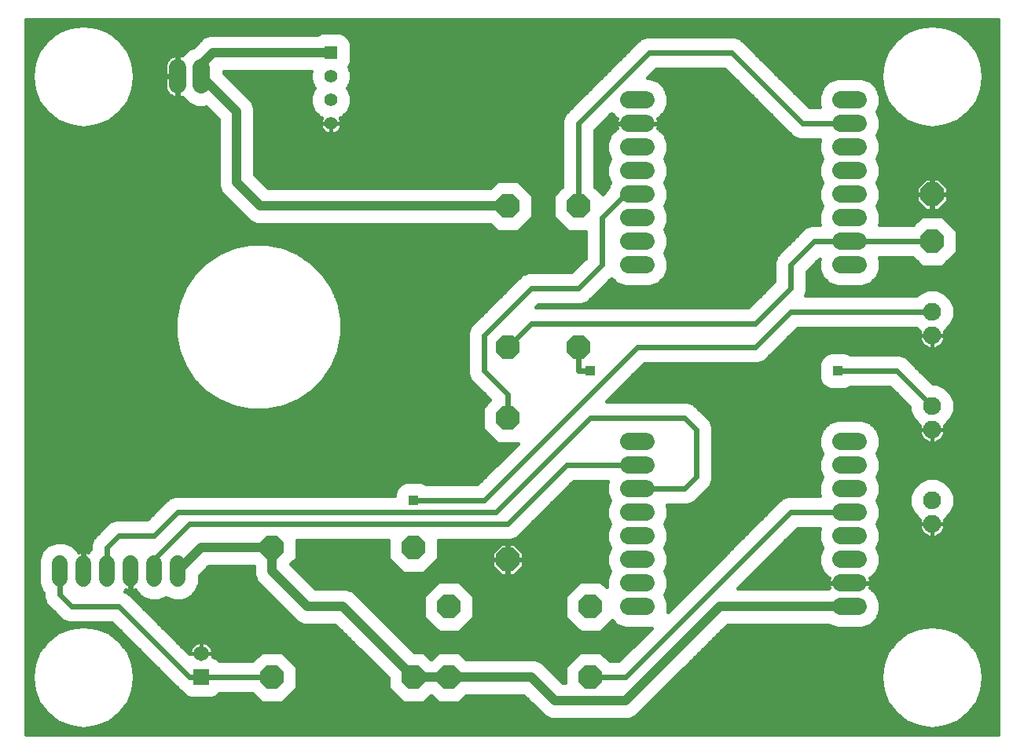
<source format=gbl>
G75*
%MOIN*%
%OFA0B0*%
%FSLAX25Y25*%
%IPPOS*%
%LPD*%
%AMOC8*
5,1,8,0,0,1.08239X$1,22.5*
%
%ADD10OC8,0.10000*%
%ADD11R,0.05550X0.05550*%
%ADD12C,0.05550*%
%ADD13C,0.06731*%
%ADD14C,0.07200*%
%ADD15C,0.07600*%
%ADD16C,0.07400*%
%ADD17C,0.06500*%
%ADD18R,0.06500X0.06500*%
%ADD19C,0.02400*%
%ADD20C,0.01600*%
%ADD21R,0.04362X0.04362*%
%ADD22C,0.04000*%
D10*
X0111800Y0031800D03*
X0171800Y0031800D03*
X0186800Y0031800D03*
X0186800Y0061800D03*
X0211800Y0081800D03*
X0246800Y0061800D03*
X0246800Y0031800D03*
X0171800Y0086800D03*
X0111800Y0086800D03*
X0211800Y0141800D03*
X0211800Y0171800D03*
X0241800Y0171800D03*
X0241800Y0231800D03*
X0211800Y0231800D03*
X0391800Y0236800D03*
X0391800Y0216800D03*
D11*
X0136800Y0296800D03*
D12*
X0136800Y0286800D03*
X0136800Y0276800D03*
X0136800Y0266800D03*
D13*
X0071800Y0080165D02*
X0071800Y0073435D01*
X0061800Y0073435D02*
X0061800Y0080165D01*
X0051800Y0080165D02*
X0051800Y0073435D01*
X0041800Y0073435D02*
X0041800Y0080165D01*
X0031800Y0080165D02*
X0031800Y0073435D01*
X0021800Y0073435D02*
X0021800Y0080165D01*
D14*
X0263200Y0081800D02*
X0270400Y0081800D01*
X0270400Y0071800D02*
X0263200Y0071800D01*
X0263200Y0061800D02*
X0270400Y0061800D01*
X0270400Y0091800D02*
X0263200Y0091800D01*
X0263200Y0101800D02*
X0270400Y0101800D01*
X0270400Y0111800D02*
X0263200Y0111800D01*
X0263200Y0121800D02*
X0270400Y0121800D01*
X0270400Y0131800D02*
X0263200Y0131800D01*
X0353200Y0131800D02*
X0360400Y0131800D01*
X0360400Y0121800D02*
X0353200Y0121800D01*
X0353200Y0111800D02*
X0360400Y0111800D01*
X0360400Y0101800D02*
X0353200Y0101800D01*
X0353200Y0091800D02*
X0360400Y0091800D01*
X0360400Y0081800D02*
X0353200Y0081800D01*
X0353200Y0071800D02*
X0360400Y0071800D01*
X0360400Y0061800D02*
X0353200Y0061800D01*
X0353200Y0206800D02*
X0360400Y0206800D01*
X0360400Y0216800D02*
X0353200Y0216800D01*
X0353200Y0226800D02*
X0360400Y0226800D01*
X0360400Y0236800D02*
X0353200Y0236800D01*
X0353200Y0246800D02*
X0360400Y0246800D01*
X0360400Y0256800D02*
X0353200Y0256800D01*
X0353200Y0266800D02*
X0360400Y0266800D01*
X0360400Y0276800D02*
X0353200Y0276800D01*
X0270400Y0276800D02*
X0263200Y0276800D01*
X0263200Y0266800D02*
X0270400Y0266800D01*
X0270400Y0256800D02*
X0263200Y0256800D01*
X0263200Y0246800D02*
X0270400Y0246800D01*
X0270400Y0236800D02*
X0263200Y0236800D01*
X0263200Y0226800D02*
X0270400Y0226800D01*
X0270400Y0216800D02*
X0263200Y0216800D01*
X0263200Y0206800D02*
X0270400Y0206800D01*
D15*
X0391800Y0186800D03*
X0391800Y0176800D03*
X0391800Y0146800D03*
X0391800Y0136800D03*
X0391800Y0106800D03*
X0391800Y0096800D03*
D16*
X0081800Y0283100D02*
X0081800Y0290500D01*
X0071800Y0290500D02*
X0071800Y0283100D01*
D17*
X0081800Y0041800D03*
D18*
X0081800Y0031800D03*
D19*
X0111800Y0031800D01*
X0081800Y0031800D02*
X0076800Y0031800D01*
X0046800Y0061800D01*
X0026800Y0061800D01*
X0021800Y0066800D01*
X0021800Y0076800D01*
X0041800Y0076800D02*
X0041800Y0086800D01*
X0046800Y0091800D01*
X0061800Y0091800D01*
X0071800Y0101800D01*
X0206800Y0101800D01*
X0246800Y0141800D01*
X0286800Y0141800D01*
X0291800Y0136800D01*
X0291800Y0116800D01*
X0286800Y0111800D01*
X0266800Y0111800D01*
X0266800Y0121800D02*
X0236800Y0121800D01*
X0211800Y0096800D01*
X0076800Y0096800D01*
X0061800Y0081800D01*
X0061800Y0076800D01*
X0171800Y0106800D02*
X0201800Y0106800D01*
X0266800Y0171800D01*
X0316800Y0171800D01*
X0331800Y0186800D01*
X0391800Y0186800D01*
X0376800Y0161800D02*
X0391800Y0146800D01*
X0376800Y0161800D02*
X0351800Y0161800D01*
X0316800Y0181800D02*
X0221800Y0181800D01*
X0211800Y0171800D01*
X0201800Y0176800D02*
X0201800Y0161800D01*
X0211800Y0151800D01*
X0211800Y0141800D01*
X0241800Y0161800D02*
X0246800Y0161800D01*
X0241800Y0161800D02*
X0241800Y0171800D01*
X0241800Y0196800D02*
X0221800Y0196800D01*
X0201800Y0176800D01*
X0241800Y0196800D02*
X0251800Y0206800D01*
X0251800Y0226800D01*
X0261800Y0236800D01*
X0241800Y0231800D02*
X0241800Y0266800D01*
X0271800Y0296800D01*
X0306800Y0296800D01*
X0336800Y0266800D01*
X0356800Y0266800D01*
X0356800Y0216800D02*
X0341800Y0216800D01*
X0331800Y0206800D01*
X0331800Y0196800D01*
X0316800Y0181800D01*
X0356800Y0216800D02*
X0391800Y0216800D01*
X0356800Y0101800D02*
X0331800Y0101800D01*
X0261800Y0031800D01*
X0246800Y0031800D01*
D20*
X0007600Y0007600D02*
X0007600Y0310961D01*
X0419701Y0310961D01*
X0419701Y0007600D01*
X0007600Y0007600D01*
X0007600Y0008194D02*
X0419701Y0008194D01*
X0419701Y0009793D02*
X0007600Y0009793D01*
X0007600Y0011391D02*
X0024593Y0011391D01*
X0026158Y0010743D02*
X0020900Y0012921D01*
X0020900Y0012921D01*
X0016385Y0016385D01*
X0016385Y0016385D01*
X0012921Y0020900D01*
X0012921Y0020900D01*
X0010743Y0026158D01*
X0010743Y0026158D01*
X0010000Y0031800D01*
X0010000Y0031800D01*
X0010743Y0037442D01*
X0010743Y0037442D01*
X0012921Y0042700D01*
X0012921Y0042700D01*
X0016385Y0047215D01*
X0016385Y0047215D01*
X0016385Y0047215D01*
X0020900Y0050679D01*
X0020900Y0050679D01*
X0026158Y0052857D01*
X0026158Y0052857D01*
X0031800Y0053600D01*
X0031800Y0053600D01*
X0037442Y0052857D01*
X0037442Y0052857D01*
X0042700Y0050679D01*
X0042700Y0050679D01*
X0047215Y0047215D01*
X0047215Y0047215D01*
X0047215Y0047215D01*
X0050679Y0042700D01*
X0050679Y0042700D01*
X0052857Y0037442D01*
X0053600Y0031800D01*
X0052857Y0026158D01*
X0052857Y0026158D01*
X0050679Y0020900D01*
X0047215Y0016385D01*
X0047215Y0016385D01*
X0042700Y0012921D01*
X0037442Y0010743D01*
X0037442Y0010743D01*
X0031800Y0010000D01*
X0031800Y0010000D01*
X0026158Y0010743D01*
X0026158Y0010743D01*
X0020810Y0012990D02*
X0007600Y0012990D01*
X0007600Y0014588D02*
X0018727Y0014588D01*
X0016644Y0016187D02*
X0007600Y0016187D01*
X0007600Y0017785D02*
X0015311Y0017785D01*
X0014084Y0019384D02*
X0007600Y0019384D01*
X0007600Y0020982D02*
X0012887Y0020982D01*
X0012224Y0022581D02*
X0007600Y0022581D01*
X0007600Y0024179D02*
X0011562Y0024179D01*
X0010900Y0025778D02*
X0007600Y0025778D01*
X0007600Y0027376D02*
X0010582Y0027376D01*
X0010372Y0028975D02*
X0007600Y0028975D01*
X0007600Y0030573D02*
X0010162Y0030573D01*
X0010049Y0032172D02*
X0007600Y0032172D01*
X0007600Y0033770D02*
X0010259Y0033770D01*
X0010470Y0035369D02*
X0007600Y0035369D01*
X0007600Y0036967D02*
X0010680Y0036967D01*
X0011208Y0038566D02*
X0007600Y0038566D01*
X0007600Y0040164D02*
X0011870Y0040164D01*
X0012532Y0041763D02*
X0007600Y0041763D01*
X0007600Y0043361D02*
X0013428Y0043361D01*
X0014655Y0044960D02*
X0007600Y0044960D01*
X0007600Y0046558D02*
X0015881Y0046558D01*
X0017613Y0048157D02*
X0007600Y0048157D01*
X0007600Y0049755D02*
X0019696Y0049755D01*
X0022528Y0051354D02*
X0007600Y0051354D01*
X0007600Y0052952D02*
X0026881Y0052952D01*
X0025408Y0054800D02*
X0043901Y0054800D01*
X0070866Y0027835D01*
X0070866Y0027835D01*
X0072835Y0025866D01*
X0073498Y0025591D01*
X0073633Y0025265D01*
X0075265Y0023633D01*
X0077396Y0022750D01*
X0086204Y0022750D01*
X0088335Y0023633D01*
X0089502Y0024800D01*
X0103527Y0024800D01*
X0107326Y0021000D01*
X0116273Y0021000D01*
X0122600Y0027326D01*
X0122600Y0036273D01*
X0116273Y0042600D01*
X0107326Y0042600D01*
X0103527Y0038800D01*
X0089502Y0038800D01*
X0088335Y0039967D01*
X0086728Y0040633D01*
X0086850Y0041403D01*
X0086850Y0041800D01*
X0086850Y0042197D01*
X0086726Y0042983D01*
X0086480Y0043739D01*
X0086119Y0044447D01*
X0085652Y0045090D01*
X0085090Y0045652D01*
X0084447Y0046119D01*
X0083739Y0046480D01*
X0082983Y0046726D01*
X0082197Y0046850D01*
X0081800Y0046850D01*
X0081800Y0041800D01*
X0081800Y0041800D01*
X0086850Y0041800D01*
X0081800Y0041800D01*
X0081800Y0041800D01*
X0081800Y0041800D01*
X0076750Y0041800D01*
X0076750Y0042197D01*
X0076874Y0042983D01*
X0077120Y0043739D01*
X0077481Y0044447D01*
X0077948Y0045090D01*
X0078510Y0045652D01*
X0079153Y0046119D01*
X0079861Y0046480D01*
X0080617Y0046726D01*
X0081403Y0046850D01*
X0081800Y0046850D01*
X0081800Y0041800D01*
X0076750Y0041800D01*
X0076750Y0041749D01*
X0050765Y0067734D01*
X0049560Y0068233D01*
X0049570Y0068243D01*
X0049752Y0068681D01*
X0049817Y0068648D01*
X0050590Y0068396D01*
X0051393Y0068269D01*
X0051517Y0068269D01*
X0051517Y0076517D01*
X0052083Y0076517D01*
X0052083Y0068269D01*
X0052207Y0068269D01*
X0053010Y0068396D01*
X0053783Y0068648D01*
X0053848Y0068681D01*
X0054030Y0068243D01*
X0056608Y0065665D01*
X0059977Y0064269D01*
X0063623Y0064269D01*
X0066800Y0065585D01*
X0069977Y0064269D01*
X0073623Y0064269D01*
X0076992Y0065665D01*
X0079570Y0068243D01*
X0080965Y0071612D01*
X0080965Y0074934D01*
X0085031Y0079000D01*
X0104000Y0079000D01*
X0104000Y0075248D01*
X0105187Y0072382D01*
X0120187Y0057382D01*
X0122382Y0055187D01*
X0125248Y0054000D01*
X0138569Y0054000D01*
X0161000Y0031569D01*
X0161000Y0027326D01*
X0167326Y0021000D01*
X0176273Y0021000D01*
X0179273Y0024000D01*
X0179326Y0024000D01*
X0182326Y0021000D01*
X0191273Y0021000D01*
X0194273Y0024000D01*
X0218569Y0024000D01*
X0225187Y0017382D01*
X0227382Y0015187D01*
X0230248Y0014000D01*
X0263352Y0014000D01*
X0266218Y0015187D01*
X0305031Y0054000D01*
X0347706Y0054000D01*
X0347875Y0053831D01*
X0351330Y0052400D01*
X0362270Y0052400D01*
X0365725Y0053831D01*
X0368369Y0056475D01*
X0369800Y0059930D01*
X0369800Y0063670D01*
X0368369Y0067125D01*
X0365725Y0069769D01*
X0365454Y0069881D01*
X0365667Y0070535D01*
X0365800Y0071375D01*
X0365800Y0071600D01*
X0357000Y0071600D01*
X0357000Y0072000D01*
X0365800Y0072000D01*
X0365800Y0072225D01*
X0365667Y0073065D01*
X0365454Y0073719D01*
X0365725Y0073831D01*
X0368369Y0076475D01*
X0369800Y0079930D01*
X0369800Y0083670D01*
X0368503Y0086800D01*
X0369800Y0089930D01*
X0369800Y0093670D01*
X0368503Y0096800D01*
X0369800Y0099930D01*
X0369800Y0103670D01*
X0368503Y0106800D01*
X0369800Y0109930D01*
X0369800Y0113670D01*
X0368503Y0116800D01*
X0369800Y0119930D01*
X0369800Y0123670D01*
X0368503Y0126800D01*
X0369800Y0129930D01*
X0369800Y0133670D01*
X0368369Y0137125D01*
X0365725Y0139769D01*
X0362270Y0141200D01*
X0351330Y0141200D01*
X0347875Y0139769D01*
X0345231Y0137125D01*
X0343800Y0133670D01*
X0343800Y0129930D01*
X0345097Y0126800D01*
X0343800Y0123670D01*
X0343800Y0119930D01*
X0345097Y0116800D01*
X0343800Y0113670D01*
X0343800Y0109930D01*
X0344268Y0108800D01*
X0330408Y0108800D01*
X0327835Y0107734D01*
X0325866Y0105765D01*
X0279637Y0059536D01*
X0279800Y0059930D01*
X0279800Y0063670D01*
X0278503Y0066800D01*
X0279800Y0069930D01*
X0279800Y0073670D01*
X0278503Y0076800D01*
X0279800Y0079930D01*
X0279800Y0083670D01*
X0278503Y0086800D01*
X0279800Y0089930D01*
X0279800Y0093670D01*
X0278503Y0096800D01*
X0279800Y0099930D01*
X0279800Y0103670D01*
X0279332Y0104800D01*
X0288192Y0104800D01*
X0290765Y0105866D01*
X0292734Y0107835D01*
X0295765Y0110866D01*
X0297734Y0112835D01*
X0298800Y0115408D01*
X0298800Y0138192D01*
X0297734Y0140765D01*
X0295765Y0142734D01*
X0290765Y0147734D01*
X0288192Y0148800D01*
X0253699Y0148800D01*
X0269699Y0164800D01*
X0318192Y0164800D01*
X0320765Y0165866D01*
X0322734Y0167835D01*
X0334699Y0179800D01*
X0385224Y0179800D01*
X0386362Y0178662D01*
X0386498Y0178605D01*
X0386338Y0178111D01*
X0386200Y0177241D01*
X0386200Y0176800D01*
X0391800Y0176800D01*
X0397400Y0176800D01*
X0397400Y0177241D01*
X0397262Y0178111D01*
X0397102Y0178605D01*
X0397238Y0178662D01*
X0399938Y0181362D01*
X0401400Y0184890D01*
X0401400Y0188710D01*
X0399938Y0192238D01*
X0397238Y0194938D01*
X0393710Y0196400D01*
X0389890Y0196400D01*
X0386362Y0194938D01*
X0385224Y0193800D01*
X0338134Y0193800D01*
X0338800Y0195408D01*
X0338800Y0203901D01*
X0343963Y0209064D01*
X0343800Y0208670D01*
X0343800Y0204930D01*
X0345231Y0201475D01*
X0347875Y0198831D01*
X0351330Y0197400D01*
X0362270Y0197400D01*
X0365725Y0198831D01*
X0368369Y0201475D01*
X0369800Y0204930D01*
X0369800Y0208670D01*
X0369332Y0209800D01*
X0383526Y0209800D01*
X0387326Y0206000D01*
X0396273Y0206000D01*
X0402600Y0212326D01*
X0402600Y0221273D01*
X0396273Y0227600D01*
X0387326Y0227600D01*
X0383526Y0223800D01*
X0369332Y0223800D01*
X0369800Y0224930D01*
X0369800Y0228670D01*
X0368503Y0231800D01*
X0369800Y0234930D01*
X0369800Y0238670D01*
X0368503Y0241800D01*
X0369800Y0244930D01*
X0369800Y0248670D01*
X0368503Y0251800D01*
X0369800Y0254930D01*
X0369800Y0258670D01*
X0368503Y0261800D01*
X0369800Y0264930D01*
X0369800Y0268670D01*
X0368503Y0271800D01*
X0369800Y0274930D01*
X0369800Y0278670D01*
X0368369Y0282125D01*
X0365725Y0284769D01*
X0362270Y0286200D01*
X0351330Y0286200D01*
X0347875Y0284769D01*
X0345231Y0282125D01*
X0343800Y0278670D01*
X0343800Y0274930D01*
X0344268Y0273800D01*
X0339699Y0273800D01*
X0310765Y0302734D01*
X0308192Y0303800D01*
X0270408Y0303800D01*
X0267835Y0302734D01*
X0265866Y0300765D01*
X0235866Y0270765D01*
X0234800Y0268192D01*
X0234800Y0240073D01*
X0231000Y0236273D01*
X0231000Y0227326D01*
X0237326Y0221000D01*
X0244800Y0221000D01*
X0244800Y0209699D01*
X0238901Y0203800D01*
X0220408Y0203800D01*
X0217835Y0202734D01*
X0197835Y0182734D01*
X0195866Y0180765D01*
X0194800Y0178192D01*
X0194800Y0160408D01*
X0195866Y0157835D01*
X0204214Y0149487D01*
X0201000Y0146273D01*
X0201000Y0137326D01*
X0207326Y0131000D01*
X0216101Y0131000D01*
X0198901Y0113800D01*
X0177365Y0113800D01*
X0177267Y0113898D01*
X0175135Y0114781D01*
X0168465Y0114781D01*
X0166333Y0113898D01*
X0164702Y0112267D01*
X0163819Y0110135D01*
X0163819Y0108800D01*
X0070408Y0108800D01*
X0067835Y0107734D01*
X0065866Y0105765D01*
X0058901Y0098800D01*
X0045408Y0098800D01*
X0042835Y0097734D01*
X0040866Y0095765D01*
X0035866Y0090765D01*
X0034800Y0088192D01*
X0034800Y0086127D01*
X0034030Y0085357D01*
X0033848Y0084919D01*
X0033783Y0084952D01*
X0033010Y0085204D01*
X0032207Y0085331D01*
X0032083Y0085331D01*
X0032083Y0077083D01*
X0031517Y0077083D01*
X0031517Y0085331D01*
X0031393Y0085331D01*
X0030590Y0085204D01*
X0029817Y0084952D01*
X0029752Y0084919D01*
X0029570Y0085357D01*
X0026992Y0087935D01*
X0023623Y0089331D01*
X0019977Y0089331D01*
X0016608Y0087935D01*
X0014030Y0085357D01*
X0012635Y0081988D01*
X0012635Y0071612D01*
X0014030Y0068243D01*
X0014800Y0067473D01*
X0014800Y0065408D01*
X0015866Y0062835D01*
X0017835Y0060866D01*
X0020866Y0057835D01*
X0020866Y0057835D01*
X0022835Y0055866D01*
X0025408Y0054800D01*
X0022551Y0056149D02*
X0007600Y0056149D01*
X0007600Y0054551D02*
X0044150Y0054551D01*
X0045748Y0052952D02*
X0036719Y0052952D01*
X0041072Y0051354D02*
X0047347Y0051354D01*
X0048945Y0049755D02*
X0043904Y0049755D01*
X0045987Y0048157D02*
X0050544Y0048157D01*
X0052142Y0046558D02*
X0047719Y0046558D01*
X0048945Y0044960D02*
X0053741Y0044960D01*
X0055339Y0043361D02*
X0050172Y0043361D01*
X0051068Y0041763D02*
X0056938Y0041763D01*
X0058536Y0040164D02*
X0051730Y0040164D01*
X0052392Y0038566D02*
X0060135Y0038566D01*
X0061733Y0036967D02*
X0052920Y0036967D01*
X0052857Y0037442D02*
X0052857Y0037442D01*
X0053130Y0035369D02*
X0063332Y0035369D01*
X0064930Y0033770D02*
X0053341Y0033770D01*
X0053551Y0032172D02*
X0066529Y0032172D01*
X0068127Y0030573D02*
X0053438Y0030573D01*
X0053228Y0028975D02*
X0069726Y0028975D01*
X0071324Y0027376D02*
X0053018Y0027376D01*
X0052700Y0025778D02*
X0073047Y0025778D01*
X0074718Y0024179D02*
X0052038Y0024179D01*
X0051375Y0022581D02*
X0105746Y0022581D01*
X0104147Y0024179D02*
X0088882Y0024179D01*
X0087859Y0040164D02*
X0104891Y0040164D01*
X0106489Y0041763D02*
X0086850Y0041763D01*
X0086603Y0043361D02*
X0149208Y0043361D01*
X0150806Y0041763D02*
X0117111Y0041763D01*
X0118709Y0040164D02*
X0152405Y0040164D01*
X0154003Y0038566D02*
X0120308Y0038566D01*
X0121906Y0036967D02*
X0155602Y0036967D01*
X0157200Y0035369D02*
X0122600Y0035369D01*
X0122600Y0033770D02*
X0158799Y0033770D01*
X0160397Y0032172D02*
X0122600Y0032172D01*
X0122600Y0030573D02*
X0161000Y0030573D01*
X0161000Y0028975D02*
X0122600Y0028975D01*
X0122600Y0027376D02*
X0161000Y0027376D01*
X0162549Y0025778D02*
X0121051Y0025778D01*
X0119453Y0024179D02*
X0164147Y0024179D01*
X0165746Y0022581D02*
X0117854Y0022581D01*
X0146011Y0046558D02*
X0083498Y0046558D01*
X0081800Y0046558D02*
X0081800Y0046558D01*
X0081800Y0044960D02*
X0081800Y0044960D01*
X0081800Y0043361D02*
X0081800Y0043361D01*
X0080102Y0046558D02*
X0071941Y0046558D01*
X0073540Y0044960D02*
X0077854Y0044960D01*
X0076997Y0043361D02*
X0075138Y0043361D01*
X0076737Y0041763D02*
X0076750Y0041763D01*
X0070343Y0048157D02*
X0144412Y0048157D01*
X0142814Y0049755D02*
X0068744Y0049755D01*
X0067146Y0051354D02*
X0141215Y0051354D01*
X0139617Y0052952D02*
X0065547Y0052952D01*
X0063949Y0054551D02*
X0123919Y0054551D01*
X0121420Y0056149D02*
X0062350Y0056149D01*
X0060752Y0057748D02*
X0119821Y0057748D01*
X0118223Y0059346D02*
X0059153Y0059346D01*
X0057555Y0060945D02*
X0116624Y0060945D01*
X0115026Y0062543D02*
X0055956Y0062543D01*
X0054358Y0064142D02*
X0113427Y0064142D01*
X0111829Y0065740D02*
X0077068Y0065740D01*
X0078666Y0067339D02*
X0110230Y0067339D01*
X0108632Y0068937D02*
X0079858Y0068937D01*
X0080520Y0070536D02*
X0107033Y0070536D01*
X0105435Y0072134D02*
X0080965Y0072134D01*
X0080965Y0073733D02*
X0104628Y0073733D01*
X0104000Y0075332D02*
X0081362Y0075332D01*
X0082961Y0076930D02*
X0104000Y0076930D01*
X0104000Y0078529D02*
X0084559Y0078529D01*
X0056532Y0065740D02*
X0052759Y0065740D01*
X0051161Y0067339D02*
X0054934Y0067339D01*
X0052083Y0068937D02*
X0051517Y0068937D01*
X0051517Y0070536D02*
X0052083Y0070536D01*
X0052083Y0072134D02*
X0051517Y0072134D01*
X0051517Y0073733D02*
X0052083Y0073733D01*
X0052083Y0075332D02*
X0051517Y0075332D01*
X0034800Y0086521D02*
X0028406Y0086521D01*
X0029750Y0084923D02*
X0029759Y0084923D01*
X0031517Y0084923D02*
X0032083Y0084923D01*
X0032083Y0083324D02*
X0031517Y0083324D01*
X0031517Y0081726D02*
X0032083Y0081726D01*
X0032083Y0080127D02*
X0031517Y0080127D01*
X0031517Y0078529D02*
X0032083Y0078529D01*
X0033841Y0084923D02*
X0033850Y0084923D01*
X0034800Y0088120D02*
X0026547Y0088120D01*
X0035432Y0089718D02*
X0007600Y0089718D01*
X0007600Y0088120D02*
X0017053Y0088120D01*
X0015194Y0086521D02*
X0007600Y0086521D01*
X0007600Y0084923D02*
X0013850Y0084923D01*
X0013188Y0083324D02*
X0007600Y0083324D01*
X0007600Y0081726D02*
X0012635Y0081726D01*
X0012635Y0080127D02*
X0007600Y0080127D01*
X0007600Y0078529D02*
X0012635Y0078529D01*
X0012635Y0076930D02*
X0007600Y0076930D01*
X0007600Y0075332D02*
X0012635Y0075332D01*
X0012635Y0073733D02*
X0007600Y0073733D01*
X0007600Y0072134D02*
X0012635Y0072134D01*
X0013080Y0070536D02*
X0007600Y0070536D01*
X0007600Y0068937D02*
X0013742Y0068937D01*
X0014800Y0067339D02*
X0007600Y0067339D01*
X0007600Y0065740D02*
X0014800Y0065740D01*
X0015324Y0064142D02*
X0007600Y0064142D01*
X0007600Y0062543D02*
X0016157Y0062543D01*
X0017756Y0060945D02*
X0007600Y0060945D01*
X0007600Y0059346D02*
X0019354Y0059346D01*
X0017835Y0060866D02*
X0017835Y0060866D01*
X0020953Y0057748D02*
X0007600Y0057748D01*
X0007600Y0091317D02*
X0036417Y0091317D01*
X0038016Y0092915D02*
X0007600Y0092915D01*
X0007600Y0094514D02*
X0039614Y0094514D01*
X0041213Y0096112D02*
X0007600Y0096112D01*
X0007600Y0097711D02*
X0042811Y0097711D01*
X0059410Y0099309D02*
X0007600Y0099309D01*
X0007600Y0100908D02*
X0061008Y0100908D01*
X0062607Y0102506D02*
X0007600Y0102506D01*
X0007600Y0104105D02*
X0064205Y0104105D01*
X0065804Y0105703D02*
X0007600Y0105703D01*
X0007600Y0107302D02*
X0067402Y0107302D01*
X0089299Y0149109D02*
X0095729Y0146446D01*
X0102554Y0145088D01*
X0109513Y0145088D01*
X0116338Y0146446D01*
X0122767Y0149109D01*
X0128553Y0152975D01*
X0133474Y0157896D01*
X0137340Y0163682D01*
X0140003Y0170111D01*
X0141361Y0176936D01*
X0141361Y0183895D01*
X0140003Y0190720D01*
X0137340Y0197150D01*
X0133474Y0202936D01*
X0128553Y0207856D01*
X0122767Y0211723D01*
X0116338Y0214386D01*
X0109513Y0215743D01*
X0102554Y0215743D01*
X0095729Y0214386D01*
X0089299Y0211723D01*
X0083513Y0207856D01*
X0078593Y0202936D01*
X0074726Y0197150D01*
X0072063Y0190720D01*
X0070706Y0183895D01*
X0070706Y0176936D01*
X0072063Y0170111D01*
X0074726Y0163682D01*
X0078593Y0157896D01*
X0083513Y0152975D01*
X0089299Y0149109D01*
X0089893Y0148863D02*
X0007600Y0148863D01*
X0007600Y0147265D02*
X0093752Y0147265D01*
X0087275Y0150462D02*
X0007600Y0150462D01*
X0007600Y0152060D02*
X0084883Y0152060D01*
X0082830Y0153659D02*
X0007600Y0153659D01*
X0007600Y0155257D02*
X0081231Y0155257D01*
X0079633Y0156856D02*
X0007600Y0156856D01*
X0007600Y0158454D02*
X0078219Y0158454D01*
X0077151Y0160053D02*
X0007600Y0160053D01*
X0007600Y0161651D02*
X0076083Y0161651D01*
X0075015Y0163250D02*
X0007600Y0163250D01*
X0007600Y0164848D02*
X0074243Y0164848D01*
X0073581Y0166447D02*
X0007600Y0166447D01*
X0007600Y0168045D02*
X0072919Y0168045D01*
X0072257Y0169644D02*
X0007600Y0169644D01*
X0007600Y0171242D02*
X0071838Y0171242D01*
X0071520Y0172841D02*
X0007600Y0172841D01*
X0007600Y0174439D02*
X0071202Y0174439D01*
X0070884Y0176038D02*
X0007600Y0176038D01*
X0007600Y0177636D02*
X0070706Y0177636D01*
X0070706Y0179235D02*
X0007600Y0179235D01*
X0007600Y0180833D02*
X0070706Y0180833D01*
X0070706Y0182432D02*
X0007600Y0182432D01*
X0007600Y0184030D02*
X0070733Y0184030D01*
X0071051Y0185629D02*
X0007600Y0185629D01*
X0007600Y0187227D02*
X0071369Y0187227D01*
X0071686Y0188826D02*
X0007600Y0188826D01*
X0007600Y0190424D02*
X0072004Y0190424D01*
X0072603Y0192023D02*
X0007600Y0192023D01*
X0007600Y0193621D02*
X0073265Y0193621D01*
X0073927Y0195220D02*
X0007600Y0195220D01*
X0007600Y0196818D02*
X0074589Y0196818D01*
X0075573Y0198417D02*
X0007600Y0198417D01*
X0007600Y0200015D02*
X0076641Y0200015D01*
X0077709Y0201614D02*
X0007600Y0201614D01*
X0007600Y0203212D02*
X0078869Y0203212D01*
X0080468Y0204811D02*
X0007600Y0204811D01*
X0007600Y0206409D02*
X0082066Y0206409D01*
X0083740Y0208008D02*
X0007600Y0208008D01*
X0007600Y0209606D02*
X0086132Y0209606D01*
X0088525Y0211205D02*
X0007600Y0211205D01*
X0007600Y0212803D02*
X0091909Y0212803D01*
X0095811Y0214402D02*
X0007600Y0214402D01*
X0007600Y0216001D02*
X0244800Y0216001D01*
X0244800Y0217599D02*
X0007600Y0217599D01*
X0007600Y0219198D02*
X0244800Y0219198D01*
X0244800Y0220796D02*
X0007600Y0220796D01*
X0007600Y0222395D02*
X0205932Y0222395D01*
X0207326Y0221000D02*
X0216273Y0221000D01*
X0222600Y0227326D01*
X0222600Y0236273D01*
X0216273Y0242600D01*
X0207326Y0242600D01*
X0204327Y0239600D01*
X0110031Y0239600D01*
X0104600Y0245031D01*
X0104600Y0273352D01*
X0103413Y0276218D01*
X0091300Y0288331D01*
X0091300Y0289000D01*
X0128430Y0289000D01*
X0128225Y0288506D01*
X0128225Y0285094D01*
X0129531Y0281943D01*
X0129673Y0281800D01*
X0129531Y0281657D01*
X0128225Y0278506D01*
X0128225Y0275094D01*
X0129531Y0271943D01*
X0131943Y0269531D01*
X0132863Y0269150D01*
X0132560Y0268556D01*
X0132338Y0267871D01*
X0132225Y0267160D01*
X0132225Y0266800D01*
X0136800Y0266800D01*
X0141375Y0266800D01*
X0141375Y0267160D01*
X0141262Y0267871D01*
X0141040Y0268556D01*
X0140737Y0269150D01*
X0141657Y0269531D01*
X0144069Y0271943D01*
X0145375Y0275094D01*
X0145375Y0278506D01*
X0144069Y0281657D01*
X0143927Y0281800D01*
X0144069Y0281943D01*
X0145375Y0285094D01*
X0145375Y0288506D01*
X0144462Y0290710D01*
X0144492Y0290740D01*
X0145375Y0292871D01*
X0145375Y0300728D01*
X0144492Y0302860D01*
X0142860Y0304492D01*
X0140728Y0305375D01*
X0132871Y0305375D01*
X0131001Y0304600D01*
X0085248Y0304600D01*
X0082382Y0303413D01*
X0078304Y0299334D01*
X0076419Y0298554D01*
X0073746Y0295881D01*
X0073662Y0295678D01*
X0073088Y0295865D01*
X0072233Y0296000D01*
X0072100Y0296000D01*
X0072100Y0287100D01*
X0071500Y0287100D01*
X0071500Y0296000D01*
X0071367Y0296000D01*
X0070512Y0295865D01*
X0069689Y0295597D01*
X0068917Y0295204D01*
X0068217Y0294695D01*
X0067605Y0294083D01*
X0067096Y0293383D01*
X0066703Y0292611D01*
X0066435Y0291788D01*
X0066300Y0290933D01*
X0066300Y0287100D01*
X0071500Y0287100D01*
X0071500Y0286500D01*
X0072100Y0286500D01*
X0072100Y0277600D01*
X0072233Y0277600D01*
X0073088Y0277735D01*
X0073662Y0277922D01*
X0073746Y0277719D01*
X0076419Y0275046D01*
X0079910Y0273600D01*
X0083690Y0273600D01*
X0083887Y0273682D01*
X0089000Y0268569D01*
X0089000Y0240248D01*
X0090187Y0237382D01*
X0092382Y0235187D01*
X0102382Y0225187D01*
X0105248Y0224000D01*
X0204327Y0224000D01*
X0207326Y0221000D01*
X0204333Y0223993D02*
X0007600Y0223993D01*
X0007600Y0225592D02*
X0101978Y0225592D01*
X0100379Y0227190D02*
X0007600Y0227190D01*
X0007600Y0228789D02*
X0098781Y0228789D01*
X0097182Y0230387D02*
X0007600Y0230387D01*
X0007600Y0231986D02*
X0095583Y0231986D01*
X0093985Y0233584D02*
X0007600Y0233584D01*
X0007600Y0235183D02*
X0092386Y0235183D01*
X0090788Y0236781D02*
X0007600Y0236781D01*
X0007600Y0238380D02*
X0089774Y0238380D01*
X0089112Y0239978D02*
X0007600Y0239978D01*
X0007600Y0241577D02*
X0089000Y0241577D01*
X0089000Y0243175D02*
X0007600Y0243175D01*
X0007600Y0244774D02*
X0089000Y0244774D01*
X0089000Y0246372D02*
X0007600Y0246372D01*
X0007600Y0247971D02*
X0089000Y0247971D01*
X0089000Y0249569D02*
X0007600Y0249569D01*
X0007600Y0251168D02*
X0089000Y0251168D01*
X0089000Y0252766D02*
X0007600Y0252766D01*
X0007600Y0254365D02*
X0089000Y0254365D01*
X0089000Y0255963D02*
X0007600Y0255963D01*
X0007600Y0257562D02*
X0089000Y0257562D01*
X0089000Y0259160D02*
X0007600Y0259160D01*
X0007600Y0260759D02*
X0089000Y0260759D01*
X0089000Y0262357D02*
X0007600Y0262357D01*
X0007600Y0263956D02*
X0089000Y0263956D01*
X0089000Y0265554D02*
X0036011Y0265554D01*
X0037442Y0265743D02*
X0042700Y0267921D01*
X0047215Y0271385D01*
X0047215Y0271385D01*
X0047215Y0271385D01*
X0050679Y0275900D01*
X0052857Y0281158D01*
X0053600Y0286800D01*
X0052857Y0292442D01*
X0052857Y0292442D01*
X0050679Y0297700D01*
X0047215Y0302215D01*
X0047215Y0302215D01*
X0047215Y0302215D01*
X0042700Y0305679D01*
X0037442Y0307857D01*
X0031800Y0308600D01*
X0026158Y0307857D01*
X0026158Y0307857D01*
X0020900Y0305679D01*
X0016385Y0302215D01*
X0016385Y0302215D01*
X0016385Y0302215D01*
X0012921Y0297700D01*
X0010743Y0292442D01*
X0010000Y0286800D01*
X0010000Y0286800D01*
X0010743Y0281158D01*
X0012921Y0275900D01*
X0016385Y0271385D01*
X0020900Y0267921D01*
X0026158Y0265743D01*
X0031800Y0265000D01*
X0037442Y0265743D01*
X0040846Y0267153D02*
X0089000Y0267153D01*
X0088818Y0268751D02*
X0043783Y0268751D01*
X0045866Y0270350D02*
X0087219Y0270350D01*
X0085621Y0271948D02*
X0047647Y0271948D01*
X0048874Y0273547D02*
X0084022Y0273547D01*
X0076320Y0275145D02*
X0050100Y0275145D01*
X0050679Y0275900D02*
X0050679Y0275900D01*
X0051029Y0276744D02*
X0074721Y0276744D01*
X0072100Y0278342D02*
X0071500Y0278342D01*
X0071500Y0277600D02*
X0071500Y0286500D01*
X0066300Y0286500D01*
X0066300Y0282667D01*
X0066435Y0281812D01*
X0066703Y0280989D01*
X0067096Y0280217D01*
X0067605Y0279517D01*
X0068217Y0278905D01*
X0068917Y0278396D01*
X0069689Y0278003D01*
X0070512Y0277735D01*
X0071367Y0277600D01*
X0071500Y0277600D01*
X0071500Y0279941D02*
X0072100Y0279941D01*
X0072100Y0281539D02*
X0071500Y0281539D01*
X0071500Y0283138D02*
X0072100Y0283138D01*
X0072100Y0284737D02*
X0071500Y0284737D01*
X0071500Y0286335D02*
X0072100Y0286335D01*
X0072100Y0287934D02*
X0071500Y0287934D01*
X0071500Y0289532D02*
X0072100Y0289532D01*
X0072100Y0291131D02*
X0071500Y0291131D01*
X0071500Y0292729D02*
X0072100Y0292729D01*
X0072100Y0294328D02*
X0071500Y0294328D01*
X0071500Y0295926D02*
X0072100Y0295926D01*
X0072699Y0295926D02*
X0073791Y0295926D01*
X0075390Y0297525D02*
X0050752Y0297525D01*
X0050679Y0297700D02*
X0050679Y0297700D01*
X0049587Y0299123D02*
X0077793Y0299123D01*
X0079691Y0300722D02*
X0048361Y0300722D01*
X0047078Y0302320D02*
X0081289Y0302320D01*
X0083604Y0303919D02*
X0044995Y0303919D01*
X0042911Y0305517D02*
X0380689Y0305517D01*
X0380900Y0305679D02*
X0376385Y0302215D01*
X0372921Y0297700D01*
X0370743Y0292442D01*
X0370000Y0286800D01*
X0370000Y0286800D01*
X0370743Y0281158D01*
X0372921Y0275900D01*
X0376385Y0271385D01*
X0380900Y0267921D01*
X0386158Y0265743D01*
X0391800Y0265000D01*
X0397442Y0265743D01*
X0397442Y0265743D01*
X0402700Y0267921D01*
X0407215Y0271385D01*
X0407215Y0271385D01*
X0407215Y0271385D01*
X0410679Y0275900D01*
X0412857Y0281158D01*
X0413600Y0286800D01*
X0412857Y0292442D01*
X0412857Y0292442D01*
X0410679Y0297700D01*
X0407215Y0302215D01*
X0407215Y0302215D01*
X0402700Y0305679D01*
X0397442Y0307857D01*
X0391800Y0308600D01*
X0386158Y0307857D01*
X0380900Y0305679D01*
X0380900Y0305679D01*
X0378605Y0303919D02*
X0143433Y0303919D01*
X0144716Y0302320D02*
X0267421Y0302320D01*
X0265822Y0300722D02*
X0145375Y0300722D01*
X0145375Y0299123D02*
X0264224Y0299123D01*
X0262625Y0297525D02*
X0145375Y0297525D01*
X0145375Y0295926D02*
X0261027Y0295926D01*
X0259428Y0294328D02*
X0145375Y0294328D01*
X0145316Y0292729D02*
X0257830Y0292729D01*
X0256231Y0291131D02*
X0144654Y0291131D01*
X0144950Y0289532D02*
X0254633Y0289532D01*
X0253034Y0287934D02*
X0145375Y0287934D01*
X0145375Y0286335D02*
X0251436Y0286335D01*
X0249837Y0284737D02*
X0145227Y0284737D01*
X0144564Y0283138D02*
X0248239Y0283138D01*
X0246640Y0281539D02*
X0144118Y0281539D01*
X0144780Y0279941D02*
X0245041Y0279941D01*
X0243443Y0278342D02*
X0145375Y0278342D01*
X0145375Y0276744D02*
X0241844Y0276744D01*
X0240246Y0275145D02*
X0145375Y0275145D01*
X0144734Y0273547D02*
X0238647Y0273547D01*
X0237049Y0271948D02*
X0144072Y0271948D01*
X0142477Y0270350D02*
X0235694Y0270350D01*
X0235032Y0268751D02*
X0140940Y0268751D01*
X0141375Y0267153D02*
X0234800Y0267153D01*
X0234800Y0265554D02*
X0141205Y0265554D01*
X0141262Y0265729D02*
X0141375Y0266440D01*
X0141375Y0266800D01*
X0136800Y0266800D01*
X0136800Y0266800D01*
X0136800Y0266800D01*
X0136800Y0262225D01*
X0137160Y0262225D01*
X0137871Y0262338D01*
X0138556Y0262560D01*
X0139198Y0262887D01*
X0139780Y0263311D01*
X0140289Y0263820D01*
X0140713Y0264402D01*
X0141040Y0265044D01*
X0141262Y0265729D01*
X0140388Y0263956D02*
X0234800Y0263956D01*
X0234800Y0262357D02*
X0137931Y0262357D01*
X0136800Y0262357D02*
X0136800Y0262357D01*
X0136800Y0262225D02*
X0136800Y0266800D01*
X0136800Y0266800D01*
X0132225Y0266800D01*
X0132225Y0266440D01*
X0132338Y0265729D01*
X0132560Y0265044D01*
X0132887Y0264402D01*
X0133311Y0263820D01*
X0133820Y0263311D01*
X0134402Y0262887D01*
X0135044Y0262560D01*
X0135729Y0262338D01*
X0136440Y0262225D01*
X0136800Y0262225D01*
X0135669Y0262357D02*
X0104600Y0262357D01*
X0104600Y0260759D02*
X0234800Y0260759D01*
X0234800Y0259160D02*
X0104600Y0259160D01*
X0104600Y0257562D02*
X0234800Y0257562D01*
X0234800Y0255963D02*
X0104600Y0255963D01*
X0104600Y0254365D02*
X0234800Y0254365D01*
X0234800Y0252766D02*
X0104600Y0252766D01*
X0104600Y0251168D02*
X0234800Y0251168D01*
X0234800Y0249569D02*
X0104600Y0249569D01*
X0104600Y0247971D02*
X0234800Y0247971D01*
X0234800Y0246372D02*
X0104600Y0246372D01*
X0104857Y0244774D02*
X0234800Y0244774D01*
X0234800Y0243175D02*
X0106456Y0243175D01*
X0108054Y0241577D02*
X0206303Y0241577D01*
X0204705Y0239978D02*
X0109653Y0239978D01*
X0104600Y0263956D02*
X0133212Y0263956D01*
X0132394Y0265554D02*
X0104600Y0265554D01*
X0104600Y0267153D02*
X0132225Y0267153D01*
X0132660Y0268751D02*
X0104600Y0268751D01*
X0104600Y0270350D02*
X0131123Y0270350D01*
X0129528Y0271948D02*
X0104600Y0271948D01*
X0104519Y0273547D02*
X0128866Y0273547D01*
X0128225Y0275145D02*
X0103857Y0275145D01*
X0102887Y0276744D02*
X0128225Y0276744D01*
X0128225Y0278342D02*
X0101288Y0278342D01*
X0099690Y0279941D02*
X0128820Y0279941D01*
X0129482Y0281539D02*
X0098091Y0281539D01*
X0096493Y0283138D02*
X0129036Y0283138D01*
X0128373Y0284737D02*
X0094894Y0284737D01*
X0093296Y0286335D02*
X0128225Y0286335D01*
X0128225Y0287934D02*
X0091697Y0287934D01*
X0081800Y0286800D02*
X0081800Y0291800D01*
X0070901Y0295926D02*
X0051414Y0295926D01*
X0052076Y0294328D02*
X0067849Y0294328D01*
X0066763Y0292729D02*
X0052738Y0292729D01*
X0053030Y0291131D02*
X0066331Y0291131D01*
X0066300Y0289532D02*
X0053240Y0289532D01*
X0053451Y0287934D02*
X0066300Y0287934D01*
X0066300Y0286335D02*
X0053539Y0286335D01*
X0053328Y0284737D02*
X0066300Y0284737D01*
X0066300Y0283138D02*
X0053118Y0283138D01*
X0052907Y0281539D02*
X0066524Y0281539D01*
X0067297Y0279941D02*
X0052353Y0279941D01*
X0052857Y0281158D02*
X0052857Y0281158D01*
X0051691Y0278342D02*
X0069022Y0278342D01*
X0042700Y0305679D02*
X0042700Y0305679D01*
X0039232Y0307116D02*
X0384368Y0307116D01*
X0376522Y0302320D02*
X0311179Y0302320D01*
X0312778Y0300722D02*
X0375239Y0300722D01*
X0376385Y0302215D02*
X0376385Y0302215D01*
X0374013Y0299123D02*
X0314376Y0299123D01*
X0315975Y0297525D02*
X0372848Y0297525D01*
X0372921Y0297700D02*
X0372921Y0297700D01*
X0372186Y0295926D02*
X0317573Y0295926D01*
X0319172Y0294328D02*
X0371524Y0294328D01*
X0370862Y0292729D02*
X0320770Y0292729D01*
X0322369Y0291131D02*
X0370570Y0291131D01*
X0370743Y0292442D02*
X0370743Y0292442D01*
X0370360Y0289532D02*
X0323967Y0289532D01*
X0325566Y0287934D02*
X0370149Y0287934D01*
X0370061Y0286335D02*
X0327164Y0286335D01*
X0328763Y0284737D02*
X0347843Y0284737D01*
X0346244Y0283138D02*
X0330361Y0283138D01*
X0331960Y0281539D02*
X0344989Y0281539D01*
X0344327Y0279941D02*
X0333559Y0279941D01*
X0335157Y0278342D02*
X0343800Y0278342D01*
X0343800Y0276744D02*
X0336756Y0276744D01*
X0338354Y0275145D02*
X0343800Y0275145D01*
X0331343Y0262357D02*
X0278136Y0262357D01*
X0278369Y0262125D02*
X0275725Y0264769D01*
X0275454Y0264881D01*
X0275667Y0265535D01*
X0275800Y0266375D01*
X0275800Y0266600D01*
X0267000Y0266600D01*
X0267000Y0267000D01*
X0275800Y0267000D01*
X0275800Y0267225D01*
X0275667Y0268065D01*
X0275454Y0268719D01*
X0275725Y0268831D01*
X0278369Y0271475D01*
X0279800Y0274930D01*
X0279800Y0278670D01*
X0278369Y0282125D01*
X0275725Y0284769D01*
X0272270Y0286200D01*
X0271099Y0286200D01*
X0274699Y0289800D01*
X0303901Y0289800D01*
X0330866Y0262835D01*
X0332835Y0260866D01*
X0335408Y0259800D01*
X0344268Y0259800D01*
X0343800Y0258670D01*
X0343800Y0254930D01*
X0345097Y0251800D01*
X0343800Y0248670D01*
X0343800Y0244930D01*
X0345097Y0241800D01*
X0343800Y0238670D01*
X0343800Y0234930D01*
X0345097Y0231800D01*
X0343800Y0228670D01*
X0343800Y0224930D01*
X0344268Y0223800D01*
X0340408Y0223800D01*
X0337835Y0222734D01*
X0327835Y0212734D01*
X0325866Y0210765D01*
X0324800Y0208192D01*
X0324800Y0199699D01*
X0313901Y0188800D01*
X0223699Y0188800D01*
X0224699Y0189800D01*
X0243192Y0189800D01*
X0245765Y0190866D01*
X0247734Y0192835D01*
X0255803Y0200903D01*
X0257875Y0198831D01*
X0261330Y0197400D01*
X0272270Y0197400D01*
X0275725Y0198831D01*
X0278369Y0201475D01*
X0279800Y0204930D01*
X0279800Y0208670D01*
X0278503Y0211800D01*
X0279800Y0214930D01*
X0279800Y0218670D01*
X0278503Y0221800D01*
X0279800Y0224930D01*
X0279800Y0228670D01*
X0278503Y0231800D01*
X0279800Y0234930D01*
X0279800Y0238670D01*
X0278503Y0241800D01*
X0279800Y0244930D01*
X0279800Y0248670D01*
X0278503Y0251800D01*
X0279800Y0254930D01*
X0279800Y0258670D01*
X0278369Y0262125D01*
X0278935Y0260759D02*
X0333093Y0260759D01*
X0329745Y0263956D02*
X0276538Y0263956D01*
X0275670Y0265554D02*
X0328146Y0265554D01*
X0326548Y0267153D02*
X0275800Y0267153D01*
X0275532Y0268751D02*
X0324949Y0268751D01*
X0323351Y0270350D02*
X0277244Y0270350D01*
X0278565Y0271948D02*
X0321752Y0271948D01*
X0320154Y0273547D02*
X0279227Y0273547D01*
X0279800Y0275145D02*
X0318555Y0275145D01*
X0316957Y0276744D02*
X0279800Y0276744D01*
X0279800Y0278342D02*
X0315358Y0278342D01*
X0313760Y0279941D02*
X0279273Y0279941D01*
X0278611Y0281539D02*
X0312161Y0281539D01*
X0310563Y0283138D02*
X0277356Y0283138D01*
X0275757Y0284737D02*
X0308964Y0284737D01*
X0307365Y0286335D02*
X0271234Y0286335D01*
X0272833Y0287934D02*
X0305767Y0287934D01*
X0304168Y0289532D02*
X0274432Y0289532D01*
X0255803Y0270903D02*
X0257875Y0268831D01*
X0258146Y0268719D01*
X0257933Y0268065D01*
X0257800Y0267225D01*
X0257800Y0267000D01*
X0266600Y0267000D01*
X0266600Y0266600D01*
X0257800Y0266600D01*
X0257800Y0266375D01*
X0257933Y0265535D01*
X0258146Y0264881D01*
X0257875Y0264769D01*
X0255231Y0262125D01*
X0253800Y0258670D01*
X0253800Y0254930D01*
X0255097Y0251800D01*
X0253800Y0248670D01*
X0253800Y0244930D01*
X0255097Y0241800D01*
X0253821Y0238720D01*
X0251987Y0236886D01*
X0248800Y0240073D01*
X0248800Y0263901D01*
X0255803Y0270903D01*
X0255249Y0270350D02*
X0256356Y0270350D01*
X0258068Y0268751D02*
X0253651Y0268751D01*
X0252052Y0267153D02*
X0257800Y0267153D01*
X0257930Y0265554D02*
X0250454Y0265554D01*
X0248855Y0263956D02*
X0257062Y0263956D01*
X0255464Y0262357D02*
X0248800Y0262357D01*
X0248800Y0260759D02*
X0254665Y0260759D01*
X0254003Y0259160D02*
X0248800Y0259160D01*
X0248800Y0257562D02*
X0253800Y0257562D01*
X0253800Y0255963D02*
X0248800Y0255963D01*
X0248800Y0254365D02*
X0254034Y0254365D01*
X0254696Y0252766D02*
X0248800Y0252766D01*
X0248800Y0251168D02*
X0254835Y0251168D01*
X0254173Y0249569D02*
X0248800Y0249569D01*
X0248800Y0247971D02*
X0253800Y0247971D01*
X0253800Y0246372D02*
X0248800Y0246372D01*
X0248800Y0244774D02*
X0253865Y0244774D01*
X0254527Y0243175D02*
X0248800Y0243175D01*
X0248800Y0241577D02*
X0255004Y0241577D01*
X0254342Y0239978D02*
X0248895Y0239978D01*
X0250494Y0238380D02*
X0253480Y0238380D01*
X0261800Y0236800D02*
X0266800Y0236800D01*
X0278580Y0231986D02*
X0345020Y0231986D01*
X0344511Y0230387D02*
X0279089Y0230387D01*
X0279751Y0228789D02*
X0343849Y0228789D01*
X0343800Y0227190D02*
X0279800Y0227190D01*
X0279800Y0225592D02*
X0343800Y0225592D01*
X0344188Y0223993D02*
X0279412Y0223993D01*
X0278750Y0222395D02*
X0337495Y0222395D01*
X0335897Y0220796D02*
X0278919Y0220796D01*
X0279581Y0219198D02*
X0334298Y0219198D01*
X0332700Y0217599D02*
X0279800Y0217599D01*
X0279800Y0216001D02*
X0331101Y0216001D01*
X0329503Y0214402D02*
X0279581Y0214402D01*
X0278919Y0212803D02*
X0327904Y0212803D01*
X0326305Y0211205D02*
X0278750Y0211205D01*
X0279412Y0209606D02*
X0325386Y0209606D01*
X0324800Y0208008D02*
X0279800Y0208008D01*
X0279800Y0206409D02*
X0324800Y0206409D01*
X0324800Y0204811D02*
X0279751Y0204811D01*
X0279088Y0203212D02*
X0324800Y0203212D01*
X0324800Y0201614D02*
X0278426Y0201614D01*
X0276909Y0200015D02*
X0324800Y0200015D01*
X0323517Y0198417D02*
X0274725Y0198417D01*
X0258875Y0198417D02*
X0253316Y0198417D01*
X0251718Y0196818D02*
X0321919Y0196818D01*
X0320320Y0195220D02*
X0250119Y0195220D01*
X0248521Y0193621D02*
X0318722Y0193621D01*
X0317123Y0192023D02*
X0246922Y0192023D01*
X0244700Y0190424D02*
X0315525Y0190424D01*
X0313926Y0188826D02*
X0223725Y0188826D01*
X0213517Y0198417D02*
X0136493Y0198417D01*
X0137477Y0196818D02*
X0211919Y0196818D01*
X0210320Y0195220D02*
X0138139Y0195220D01*
X0138802Y0193621D02*
X0208722Y0193621D01*
X0207123Y0192023D02*
X0139464Y0192023D01*
X0140062Y0190424D02*
X0205525Y0190424D01*
X0203926Y0188826D02*
X0140380Y0188826D01*
X0140698Y0187227D02*
X0202328Y0187227D01*
X0200729Y0185629D02*
X0141016Y0185629D01*
X0141334Y0184030D02*
X0199131Y0184030D01*
X0197532Y0182432D02*
X0141361Y0182432D01*
X0141361Y0180833D02*
X0195934Y0180833D01*
X0195232Y0179235D02*
X0141361Y0179235D01*
X0141361Y0177636D02*
X0194800Y0177636D01*
X0194800Y0176038D02*
X0141182Y0176038D01*
X0140864Y0174439D02*
X0194800Y0174439D01*
X0194800Y0172841D02*
X0140546Y0172841D01*
X0140228Y0171242D02*
X0194800Y0171242D01*
X0194800Y0169644D02*
X0139810Y0169644D01*
X0139147Y0168045D02*
X0194800Y0168045D01*
X0194800Y0166447D02*
X0138485Y0166447D01*
X0137823Y0164848D02*
X0194800Y0164848D01*
X0194800Y0163250D02*
X0137051Y0163250D01*
X0135983Y0161651D02*
X0194800Y0161651D01*
X0194947Y0160053D02*
X0134915Y0160053D01*
X0133847Y0158454D02*
X0195609Y0158454D01*
X0196845Y0156856D02*
X0132434Y0156856D01*
X0130835Y0155257D02*
X0198443Y0155257D01*
X0200042Y0153659D02*
X0129237Y0153659D01*
X0127184Y0152060D02*
X0201640Y0152060D01*
X0203239Y0150462D02*
X0124792Y0150462D01*
X0122174Y0148863D02*
X0203590Y0148863D01*
X0201991Y0147265D02*
X0118314Y0147265D01*
X0112418Y0145666D02*
X0201000Y0145666D01*
X0201000Y0144068D02*
X0007600Y0144068D01*
X0007600Y0145666D02*
X0099649Y0145666D01*
X0164632Y0112097D02*
X0007600Y0112097D01*
X0007600Y0110499D02*
X0163970Y0110499D01*
X0163819Y0108900D02*
X0007600Y0108900D01*
X0007600Y0113696D02*
X0166131Y0113696D01*
X0161000Y0089800D02*
X0161000Y0082326D01*
X0167326Y0076000D01*
X0176273Y0076000D01*
X0182600Y0082326D01*
X0182600Y0089800D01*
X0213192Y0089800D01*
X0215765Y0090866D01*
X0239699Y0114800D01*
X0254268Y0114800D01*
X0253800Y0113670D01*
X0253800Y0109930D01*
X0255097Y0106800D01*
X0253800Y0103670D01*
X0253800Y0099930D01*
X0255097Y0096800D01*
X0253800Y0093670D01*
X0253800Y0089930D01*
X0255097Y0086800D01*
X0253800Y0083670D01*
X0253800Y0079930D01*
X0255097Y0076800D01*
X0253800Y0073670D01*
X0253800Y0070073D01*
X0251273Y0072600D01*
X0242326Y0072600D01*
X0236000Y0066273D01*
X0236000Y0057326D01*
X0242326Y0051000D01*
X0251273Y0051000D01*
X0255990Y0055716D01*
X0257875Y0053831D01*
X0261330Y0052400D01*
X0272270Y0052400D01*
X0272664Y0052563D01*
X0258901Y0038800D01*
X0255073Y0038800D01*
X0251273Y0042600D01*
X0242326Y0042600D01*
X0236000Y0036273D01*
X0236000Y0029600D01*
X0235031Y0029600D01*
X0226218Y0038413D01*
X0223352Y0039600D01*
X0194273Y0039600D01*
X0191273Y0042600D01*
X0182326Y0042600D01*
X0179326Y0039600D01*
X0179273Y0039600D01*
X0176273Y0042600D01*
X0172031Y0042600D01*
X0146218Y0068413D01*
X0143352Y0069600D01*
X0130031Y0069600D01*
X0119952Y0079679D01*
X0122600Y0082326D01*
X0122600Y0089800D01*
X0161000Y0089800D01*
X0161000Y0089718D02*
X0122600Y0089718D01*
X0122600Y0088120D02*
X0161000Y0088120D01*
X0161000Y0086521D02*
X0122600Y0086521D01*
X0122600Y0084923D02*
X0161000Y0084923D01*
X0161000Y0083324D02*
X0122600Y0083324D01*
X0121999Y0081726D02*
X0161601Y0081726D01*
X0163199Y0080127D02*
X0120401Y0080127D01*
X0121102Y0078529D02*
X0164798Y0078529D01*
X0166396Y0076930D02*
X0122701Y0076930D01*
X0124299Y0075332D02*
X0208652Y0075332D01*
X0208983Y0075000D02*
X0205000Y0078983D01*
X0205000Y0081600D01*
X0211600Y0081600D01*
X0211600Y0082000D01*
X0211600Y0088600D01*
X0208983Y0088600D01*
X0205000Y0084617D01*
X0205000Y0082000D01*
X0211600Y0082000D01*
X0212000Y0082000D01*
X0212000Y0088600D01*
X0214617Y0088600D01*
X0218600Y0084617D01*
X0218600Y0082000D01*
X0212000Y0082000D01*
X0212000Y0081600D01*
X0218600Y0081600D01*
X0218600Y0078983D01*
X0214617Y0075000D01*
X0212000Y0075000D01*
X0212000Y0081600D01*
X0211600Y0081600D01*
X0211600Y0075000D01*
X0208983Y0075000D01*
X0211600Y0075332D02*
X0212000Y0075332D01*
X0212000Y0076930D02*
X0211600Y0076930D01*
X0211600Y0078529D02*
X0212000Y0078529D01*
X0212000Y0080127D02*
X0211600Y0080127D01*
X0211600Y0081726D02*
X0181999Y0081726D01*
X0182600Y0083324D02*
X0205000Y0083324D01*
X0205306Y0084923D02*
X0182600Y0084923D01*
X0182600Y0086521D02*
X0206904Y0086521D01*
X0208503Y0088120D02*
X0182600Y0088120D01*
X0182600Y0089718D02*
X0253888Y0089718D01*
X0253800Y0091317D02*
X0216216Y0091317D01*
X0217815Y0092915D02*
X0253800Y0092915D01*
X0254150Y0094514D02*
X0219413Y0094514D01*
X0221012Y0096112D02*
X0254812Y0096112D01*
X0254719Y0097711D02*
X0222610Y0097711D01*
X0224209Y0099309D02*
X0254057Y0099309D01*
X0253800Y0100908D02*
X0225807Y0100908D01*
X0227406Y0102506D02*
X0253800Y0102506D01*
X0253980Y0104105D02*
X0229004Y0104105D01*
X0230603Y0105703D02*
X0254642Y0105703D01*
X0254889Y0107302D02*
X0232201Y0107302D01*
X0233800Y0108900D02*
X0254227Y0108900D01*
X0253800Y0110499D02*
X0235398Y0110499D01*
X0236997Y0112097D02*
X0253800Y0112097D01*
X0253811Y0113696D02*
X0238595Y0113696D01*
X0214781Y0129681D02*
X0007600Y0129681D01*
X0007600Y0131279D02*
X0207047Y0131279D01*
X0205449Y0132878D02*
X0007600Y0132878D01*
X0007600Y0134476D02*
X0203850Y0134476D01*
X0202252Y0136075D02*
X0007600Y0136075D01*
X0007600Y0137673D02*
X0201000Y0137673D01*
X0201000Y0139272D02*
X0007600Y0139272D01*
X0007600Y0140870D02*
X0201000Y0140870D01*
X0201000Y0142469D02*
X0007600Y0142469D01*
X0007600Y0128082D02*
X0213183Y0128082D01*
X0211584Y0126484D02*
X0007600Y0126484D01*
X0007600Y0124885D02*
X0209986Y0124885D01*
X0208387Y0123287D02*
X0007600Y0123287D01*
X0007600Y0121688D02*
X0206789Y0121688D01*
X0205190Y0120090D02*
X0007600Y0120090D01*
X0007600Y0118491D02*
X0203592Y0118491D01*
X0201993Y0116893D02*
X0007600Y0116893D01*
X0007600Y0115294D02*
X0200395Y0115294D01*
X0211600Y0088120D02*
X0212000Y0088120D01*
X0212000Y0086521D02*
X0211600Y0086521D01*
X0211600Y0084923D02*
X0212000Y0084923D01*
X0212000Y0083324D02*
X0211600Y0083324D01*
X0212000Y0081726D02*
X0253800Y0081726D01*
X0253800Y0083324D02*
X0218600Y0083324D01*
X0218294Y0084923D02*
X0254319Y0084923D01*
X0254981Y0086521D02*
X0216696Y0086521D01*
X0215097Y0088120D02*
X0254550Y0088120D01*
X0253800Y0080127D02*
X0218600Y0080127D01*
X0218145Y0078529D02*
X0254381Y0078529D01*
X0255043Y0076930D02*
X0216547Y0076930D01*
X0214948Y0075332D02*
X0254488Y0075332D01*
X0253826Y0073733D02*
X0125898Y0073733D01*
X0127496Y0072134D02*
X0181861Y0072134D01*
X0182326Y0072600D02*
X0176000Y0066273D01*
X0176000Y0057326D01*
X0182326Y0051000D01*
X0191273Y0051000D01*
X0197600Y0057326D01*
X0197600Y0066273D01*
X0191273Y0072600D01*
X0182326Y0072600D01*
X0180262Y0070536D02*
X0129095Y0070536D01*
X0144951Y0068937D02*
X0178664Y0068937D01*
X0177065Y0067339D02*
X0147292Y0067339D01*
X0148890Y0065740D02*
X0176000Y0065740D01*
X0176000Y0064142D02*
X0150489Y0064142D01*
X0152087Y0062543D02*
X0176000Y0062543D01*
X0176000Y0060945D02*
X0153686Y0060945D01*
X0155284Y0059346D02*
X0176000Y0059346D01*
X0176000Y0057748D02*
X0156883Y0057748D01*
X0158481Y0056149D02*
X0177177Y0056149D01*
X0178776Y0054551D02*
X0160080Y0054551D01*
X0161678Y0052952D02*
X0180374Y0052952D01*
X0181973Y0051354D02*
X0163277Y0051354D01*
X0164876Y0049755D02*
X0269856Y0049755D01*
X0268257Y0048157D02*
X0166474Y0048157D01*
X0168073Y0046558D02*
X0266659Y0046558D01*
X0265060Y0044960D02*
X0169671Y0044960D01*
X0171270Y0043361D02*
X0263462Y0043361D01*
X0261863Y0041763D02*
X0252111Y0041763D01*
X0253709Y0040164D02*
X0260265Y0040164D01*
X0259997Y0052952D02*
X0253226Y0052952D01*
X0251627Y0051354D02*
X0271454Y0051354D01*
X0279800Y0060945D02*
X0281045Y0060945D01*
X0279800Y0062543D02*
X0282644Y0062543D01*
X0284242Y0064142D02*
X0279604Y0064142D01*
X0278942Y0065740D02*
X0285841Y0065740D01*
X0287439Y0067339D02*
X0278727Y0067339D01*
X0279389Y0068937D02*
X0289038Y0068937D01*
X0290637Y0070536D02*
X0279800Y0070536D01*
X0279800Y0072134D02*
X0292235Y0072134D01*
X0293834Y0073733D02*
X0279774Y0073733D01*
X0279112Y0075332D02*
X0295432Y0075332D01*
X0297031Y0076930D02*
X0278557Y0076930D01*
X0279219Y0078529D02*
X0298629Y0078529D01*
X0300228Y0080127D02*
X0279800Y0080127D01*
X0279800Y0081726D02*
X0301826Y0081726D01*
X0303425Y0083324D02*
X0279800Y0083324D01*
X0279281Y0084923D02*
X0305023Y0084923D01*
X0306622Y0086521D02*
X0278619Y0086521D01*
X0279050Y0088120D02*
X0308220Y0088120D01*
X0309819Y0089718D02*
X0279712Y0089718D01*
X0279800Y0091317D02*
X0311417Y0091317D01*
X0313016Y0092915D02*
X0279800Y0092915D01*
X0279450Y0094514D02*
X0314614Y0094514D01*
X0316213Y0096112D02*
X0278788Y0096112D01*
X0278881Y0097711D02*
X0317811Y0097711D01*
X0319410Y0099309D02*
X0279543Y0099309D01*
X0279800Y0100908D02*
X0321008Y0100908D01*
X0322607Y0102506D02*
X0279800Y0102506D01*
X0279620Y0104105D02*
X0324205Y0104105D01*
X0325804Y0105703D02*
X0290373Y0105703D01*
X0292201Y0107302D02*
X0327402Y0107302D01*
X0334699Y0094800D02*
X0344268Y0094800D01*
X0343800Y0093670D01*
X0343800Y0089930D01*
X0345097Y0086800D01*
X0343800Y0083670D01*
X0343800Y0079930D01*
X0345231Y0076475D01*
X0347875Y0073831D01*
X0348146Y0073719D01*
X0347933Y0073065D01*
X0347800Y0072225D01*
X0347800Y0072000D01*
X0356600Y0072000D01*
X0356600Y0071600D01*
X0347800Y0071600D01*
X0347800Y0071375D01*
X0347933Y0070535D01*
X0348146Y0069881D01*
X0347875Y0069769D01*
X0347706Y0069600D01*
X0309499Y0069600D01*
X0334699Y0094800D01*
X0334413Y0094514D02*
X0344150Y0094514D01*
X0343800Y0092915D02*
X0332815Y0092915D01*
X0331216Y0091317D02*
X0343800Y0091317D01*
X0343888Y0089718D02*
X0329618Y0089718D01*
X0328019Y0088120D02*
X0344550Y0088120D01*
X0344981Y0086521D02*
X0326421Y0086521D01*
X0324822Y0084923D02*
X0344319Y0084923D01*
X0343800Y0083324D02*
X0323224Y0083324D01*
X0321625Y0081726D02*
X0343800Y0081726D01*
X0343800Y0080127D02*
X0320027Y0080127D01*
X0318428Y0078529D02*
X0344381Y0078529D01*
X0345043Y0076930D02*
X0316830Y0076930D01*
X0315231Y0075332D02*
X0346375Y0075332D01*
X0348112Y0073733D02*
X0313632Y0073733D01*
X0312034Y0072134D02*
X0347800Y0072134D01*
X0347933Y0070536D02*
X0310435Y0070536D01*
X0303983Y0052952D02*
X0349997Y0052952D01*
X0363603Y0052952D02*
X0386881Y0052952D01*
X0386158Y0052857D02*
X0386158Y0052857D01*
X0391800Y0053600D01*
X0391800Y0053600D01*
X0397442Y0052857D01*
X0397442Y0052857D01*
X0402700Y0050679D01*
X0402700Y0050679D01*
X0407215Y0047215D01*
X0407215Y0047215D01*
X0407215Y0047215D01*
X0410679Y0042700D01*
X0410679Y0042700D01*
X0412857Y0037442D01*
X0412857Y0037442D01*
X0413600Y0031800D01*
X0412857Y0026158D01*
X0412857Y0026158D01*
X0410679Y0020900D01*
X0410679Y0020900D01*
X0407215Y0016385D01*
X0407215Y0016385D01*
X0407215Y0016385D01*
X0402700Y0012921D01*
X0402700Y0012921D01*
X0397442Y0010743D01*
X0397442Y0010743D01*
X0391800Y0010000D01*
X0391800Y0010000D01*
X0386158Y0010743D01*
X0386158Y0010743D01*
X0380900Y0012921D01*
X0380900Y0012921D01*
X0376385Y0016385D01*
X0376385Y0016385D01*
X0376385Y0016385D01*
X0372921Y0020900D01*
X0372921Y0020900D01*
X0370743Y0026158D01*
X0370743Y0026158D01*
X0370000Y0031800D01*
X0370000Y0031800D01*
X0370743Y0037442D01*
X0370743Y0037442D01*
X0372921Y0042700D01*
X0372921Y0042700D01*
X0376385Y0047215D01*
X0376385Y0047215D01*
X0376385Y0047215D01*
X0380900Y0050679D01*
X0380900Y0050679D01*
X0386158Y0052857D01*
X0382528Y0051354D02*
X0302385Y0051354D01*
X0300786Y0049755D02*
X0379696Y0049755D01*
X0377613Y0048157D02*
X0299188Y0048157D01*
X0297589Y0046558D02*
X0375881Y0046558D01*
X0374655Y0044960D02*
X0295991Y0044960D01*
X0294392Y0043361D02*
X0373428Y0043361D01*
X0372532Y0041763D02*
X0292794Y0041763D01*
X0291195Y0040164D02*
X0371870Y0040164D01*
X0371208Y0038566D02*
X0289597Y0038566D01*
X0287998Y0036967D02*
X0370680Y0036967D01*
X0370470Y0035369D02*
X0286400Y0035369D01*
X0284801Y0033770D02*
X0370259Y0033770D01*
X0370049Y0032172D02*
X0283203Y0032172D01*
X0281604Y0030573D02*
X0370162Y0030573D01*
X0370372Y0028975D02*
X0280006Y0028975D01*
X0278407Y0027376D02*
X0370582Y0027376D01*
X0370900Y0025778D02*
X0276809Y0025778D01*
X0275210Y0024179D02*
X0371562Y0024179D01*
X0372224Y0022581D02*
X0273612Y0022581D01*
X0272013Y0020982D02*
X0372887Y0020982D01*
X0374084Y0019384D02*
X0270414Y0019384D01*
X0268816Y0017785D02*
X0375311Y0017785D01*
X0376644Y0016187D02*
X0267217Y0016187D01*
X0264771Y0014588D02*
X0378727Y0014588D01*
X0380810Y0012990D02*
X0042790Y0012990D01*
X0044873Y0014588D02*
X0228829Y0014588D01*
X0226383Y0016187D02*
X0046956Y0016187D01*
X0048289Y0017785D02*
X0224784Y0017785D01*
X0223185Y0019384D02*
X0049516Y0019384D01*
X0050713Y0020982D02*
X0221587Y0020982D01*
X0219988Y0022581D02*
X0192854Y0022581D01*
X0191800Y0031800D02*
X0186800Y0031800D01*
X0180746Y0022581D02*
X0177854Y0022581D01*
X0178709Y0040164D02*
X0179891Y0040164D01*
X0181489Y0041763D02*
X0177111Y0041763D01*
X0192111Y0041763D02*
X0241489Y0041763D01*
X0239891Y0040164D02*
X0193709Y0040164D01*
X0191627Y0051354D02*
X0241973Y0051354D01*
X0240374Y0052952D02*
X0193226Y0052952D01*
X0194824Y0054551D02*
X0238776Y0054551D01*
X0237177Y0056149D02*
X0196423Y0056149D01*
X0197600Y0057748D02*
X0236000Y0057748D01*
X0236000Y0059346D02*
X0197600Y0059346D01*
X0197600Y0060945D02*
X0236000Y0060945D01*
X0236000Y0062543D02*
X0197600Y0062543D01*
X0197600Y0064142D02*
X0236000Y0064142D01*
X0236000Y0065740D02*
X0197600Y0065740D01*
X0196535Y0067339D02*
X0237065Y0067339D01*
X0238664Y0068937D02*
X0194936Y0068937D01*
X0193337Y0070536D02*
X0240262Y0070536D01*
X0241861Y0072134D02*
X0191739Y0072134D01*
X0180401Y0080127D02*
X0205000Y0080127D01*
X0205455Y0078529D02*
X0178802Y0078529D01*
X0177204Y0076930D02*
X0207053Y0076930D01*
X0251739Y0072134D02*
X0253800Y0072134D01*
X0253800Y0070536D02*
X0253337Y0070536D01*
X0254824Y0054551D02*
X0257156Y0054551D01*
X0238292Y0038566D02*
X0225848Y0038566D01*
X0227664Y0036967D02*
X0236694Y0036967D01*
X0236000Y0035369D02*
X0229262Y0035369D01*
X0230861Y0033770D02*
X0236000Y0033770D01*
X0236000Y0032172D02*
X0232459Y0032172D01*
X0234058Y0030573D02*
X0236000Y0030573D01*
X0147609Y0044960D02*
X0085746Y0044960D01*
X0039007Y0011391D02*
X0384593Y0011391D01*
X0399007Y0011391D02*
X0419701Y0011391D01*
X0419701Y0012990D02*
X0402790Y0012990D01*
X0404873Y0014588D02*
X0419701Y0014588D01*
X0419701Y0016187D02*
X0406956Y0016187D01*
X0408289Y0017785D02*
X0419701Y0017785D01*
X0419701Y0019384D02*
X0409516Y0019384D01*
X0410713Y0020982D02*
X0419701Y0020982D01*
X0419701Y0022581D02*
X0411375Y0022581D01*
X0412038Y0024179D02*
X0419701Y0024179D01*
X0419701Y0025778D02*
X0412700Y0025778D01*
X0413018Y0027376D02*
X0419701Y0027376D01*
X0419701Y0028975D02*
X0413228Y0028975D01*
X0413438Y0030573D02*
X0419701Y0030573D01*
X0419701Y0032172D02*
X0413551Y0032172D01*
X0413341Y0033770D02*
X0419701Y0033770D01*
X0419701Y0035369D02*
X0413130Y0035369D01*
X0412920Y0036967D02*
X0419701Y0036967D01*
X0419701Y0038566D02*
X0412392Y0038566D01*
X0411730Y0040164D02*
X0419701Y0040164D01*
X0419701Y0041763D02*
X0411068Y0041763D01*
X0410172Y0043361D02*
X0419701Y0043361D01*
X0419701Y0044960D02*
X0408945Y0044960D01*
X0407719Y0046558D02*
X0419701Y0046558D01*
X0419701Y0048157D02*
X0405987Y0048157D01*
X0403904Y0049755D02*
X0419701Y0049755D01*
X0419701Y0051354D02*
X0401072Y0051354D01*
X0396719Y0052952D02*
X0419701Y0052952D01*
X0419701Y0054551D02*
X0366444Y0054551D01*
X0368043Y0056149D02*
X0419701Y0056149D01*
X0419701Y0057748D02*
X0368896Y0057748D01*
X0369558Y0059346D02*
X0419701Y0059346D01*
X0419701Y0060945D02*
X0369800Y0060945D01*
X0369800Y0062543D02*
X0419701Y0062543D01*
X0419701Y0064142D02*
X0369604Y0064142D01*
X0368942Y0065740D02*
X0419701Y0065740D01*
X0419701Y0067339D02*
X0368155Y0067339D01*
X0366556Y0068937D02*
X0419701Y0068937D01*
X0419701Y0070536D02*
X0365667Y0070536D01*
X0365800Y0072134D02*
X0419701Y0072134D01*
X0419701Y0073733D02*
X0365488Y0073733D01*
X0367225Y0075332D02*
X0419701Y0075332D01*
X0419701Y0076930D02*
X0368557Y0076930D01*
X0369219Y0078529D02*
X0419701Y0078529D01*
X0419701Y0080127D02*
X0369800Y0080127D01*
X0369800Y0081726D02*
X0419701Y0081726D01*
X0419701Y0083324D02*
X0369800Y0083324D01*
X0369281Y0084923D02*
X0419701Y0084923D01*
X0419701Y0086521D02*
X0368619Y0086521D01*
X0369050Y0088120D02*
X0419701Y0088120D01*
X0419701Y0089718D02*
X0369712Y0089718D01*
X0369800Y0091317D02*
X0390623Y0091317D01*
X0390489Y0091338D02*
X0391359Y0091200D01*
X0391800Y0091200D01*
X0392241Y0091200D01*
X0393111Y0091338D01*
X0393950Y0091610D01*
X0394735Y0092010D01*
X0395448Y0092529D01*
X0396071Y0093152D01*
X0396590Y0093865D01*
X0396990Y0094650D01*
X0397262Y0095489D01*
X0397400Y0096359D01*
X0397400Y0096800D01*
X0397400Y0097241D01*
X0397262Y0098111D01*
X0397102Y0098605D01*
X0397238Y0098662D01*
X0399938Y0101362D01*
X0401400Y0104890D01*
X0401400Y0108710D01*
X0399938Y0112238D01*
X0397238Y0114938D01*
X0393710Y0116400D01*
X0389890Y0116400D01*
X0386362Y0114938D01*
X0383662Y0112238D01*
X0382200Y0108710D01*
X0382200Y0104890D01*
X0383662Y0101362D01*
X0386362Y0098662D01*
X0386498Y0098605D01*
X0386338Y0098111D01*
X0386200Y0097241D01*
X0386200Y0096800D01*
X0391800Y0096800D01*
X0397400Y0096800D01*
X0391800Y0096800D01*
X0391800Y0096800D01*
X0391800Y0096800D01*
X0391800Y0091200D01*
X0391800Y0096800D01*
X0391800Y0096800D01*
X0386200Y0096800D01*
X0386200Y0096359D01*
X0386338Y0095489D01*
X0386610Y0094650D01*
X0387010Y0093865D01*
X0387529Y0093152D01*
X0388152Y0092529D01*
X0388865Y0092010D01*
X0389650Y0091610D01*
X0390489Y0091338D01*
X0391800Y0091317D02*
X0391800Y0091317D01*
X0392977Y0091317D02*
X0419701Y0091317D01*
X0419701Y0092915D02*
X0395835Y0092915D01*
X0396920Y0094514D02*
X0419701Y0094514D01*
X0419701Y0096112D02*
X0397361Y0096112D01*
X0397326Y0097711D02*
X0419701Y0097711D01*
X0419701Y0099309D02*
X0397886Y0099309D01*
X0399484Y0100908D02*
X0419701Y0100908D01*
X0419701Y0102506D02*
X0400412Y0102506D01*
X0401075Y0104105D02*
X0419701Y0104105D01*
X0419701Y0105703D02*
X0401400Y0105703D01*
X0401400Y0107302D02*
X0419701Y0107302D01*
X0419701Y0108900D02*
X0401321Y0108900D01*
X0400659Y0110499D02*
X0419701Y0110499D01*
X0419701Y0112097D02*
X0399997Y0112097D01*
X0398481Y0113696D02*
X0419701Y0113696D01*
X0419701Y0115294D02*
X0396379Y0115294D01*
X0387221Y0115294D02*
X0369127Y0115294D01*
X0368542Y0116893D02*
X0419701Y0116893D01*
X0419701Y0118491D02*
X0369204Y0118491D01*
X0369800Y0120090D02*
X0419701Y0120090D01*
X0419701Y0121688D02*
X0369800Y0121688D01*
X0369800Y0123287D02*
X0419701Y0123287D01*
X0419701Y0124885D02*
X0369296Y0124885D01*
X0368634Y0126484D02*
X0419701Y0126484D01*
X0419701Y0128082D02*
X0369035Y0128082D01*
X0369697Y0129681D02*
X0419701Y0129681D01*
X0419701Y0131279D02*
X0392742Y0131279D01*
X0393111Y0131338D02*
X0393950Y0131610D01*
X0394735Y0132010D01*
X0395448Y0132529D01*
X0396071Y0133152D01*
X0396590Y0133865D01*
X0396990Y0134650D01*
X0397262Y0135489D01*
X0397400Y0136359D01*
X0397400Y0136800D01*
X0397400Y0137241D01*
X0397262Y0138111D01*
X0397102Y0138605D01*
X0397238Y0138662D01*
X0399938Y0141362D01*
X0401400Y0144890D01*
X0401400Y0148710D01*
X0399938Y0152238D01*
X0397238Y0154938D01*
X0393710Y0156400D01*
X0392099Y0156400D01*
X0380765Y0167734D01*
X0378192Y0168800D01*
X0357365Y0168800D01*
X0357267Y0168898D01*
X0355135Y0169781D01*
X0348465Y0169781D01*
X0346333Y0168898D01*
X0344702Y0167267D01*
X0343819Y0165135D01*
X0343819Y0158465D01*
X0344702Y0156333D01*
X0346333Y0154702D01*
X0348465Y0153819D01*
X0355135Y0153819D01*
X0357267Y0154702D01*
X0357365Y0154800D01*
X0373901Y0154800D01*
X0382200Y0146501D01*
X0382200Y0144890D01*
X0383662Y0141362D01*
X0386362Y0138662D01*
X0386498Y0138605D01*
X0386338Y0138111D01*
X0386200Y0137241D01*
X0386200Y0136800D01*
X0391800Y0136800D01*
X0397400Y0136800D01*
X0391800Y0136800D01*
X0391800Y0136800D01*
X0391800Y0136800D01*
X0391800Y0131200D01*
X0392241Y0131200D01*
X0393111Y0131338D01*
X0391800Y0131279D02*
X0391800Y0131279D01*
X0391800Y0131200D02*
X0391800Y0136800D01*
X0391800Y0136800D01*
X0386200Y0136800D01*
X0386200Y0136359D01*
X0386338Y0135489D01*
X0386610Y0134650D01*
X0387010Y0133865D01*
X0387529Y0133152D01*
X0388152Y0132529D01*
X0388865Y0132010D01*
X0389650Y0131610D01*
X0390489Y0131338D01*
X0391359Y0131200D01*
X0391800Y0131200D01*
X0390858Y0131279D02*
X0369800Y0131279D01*
X0369800Y0132878D02*
X0387802Y0132878D01*
X0386699Y0134476D02*
X0369466Y0134476D01*
X0368804Y0136075D02*
X0386245Y0136075D01*
X0386269Y0137673D02*
X0367820Y0137673D01*
X0366222Y0139272D02*
X0385752Y0139272D01*
X0384153Y0140870D02*
X0363065Y0140870D01*
X0350535Y0140870D02*
X0297629Y0140870D01*
X0298353Y0139272D02*
X0347378Y0139272D01*
X0345780Y0137673D02*
X0298800Y0137673D01*
X0298800Y0136075D02*
X0344796Y0136075D01*
X0344134Y0134476D02*
X0298800Y0134476D01*
X0298800Y0132878D02*
X0343800Y0132878D01*
X0343800Y0131279D02*
X0298800Y0131279D01*
X0298800Y0129681D02*
X0343903Y0129681D01*
X0344565Y0128082D02*
X0298800Y0128082D01*
X0298800Y0126484D02*
X0344966Y0126484D01*
X0344304Y0124885D02*
X0298800Y0124885D01*
X0298800Y0123287D02*
X0343800Y0123287D01*
X0343800Y0121688D02*
X0298800Y0121688D01*
X0298800Y0120090D02*
X0343800Y0120090D01*
X0344396Y0118491D02*
X0298800Y0118491D01*
X0298800Y0116893D02*
X0345058Y0116893D01*
X0344473Y0115294D02*
X0298753Y0115294D01*
X0298091Y0113696D02*
X0343811Y0113696D01*
X0343800Y0112097D02*
X0296997Y0112097D01*
X0295765Y0110866D02*
X0295765Y0110866D01*
X0295398Y0110499D02*
X0343800Y0110499D01*
X0344227Y0108900D02*
X0293800Y0108900D01*
X0292734Y0107835D02*
X0292734Y0107835D01*
X0296030Y0142469D02*
X0383203Y0142469D01*
X0382541Y0144068D02*
X0294432Y0144068D01*
X0292833Y0145666D02*
X0382200Y0145666D01*
X0381436Y0147265D02*
X0291235Y0147265D01*
X0268149Y0163250D02*
X0343819Y0163250D01*
X0343819Y0164848D02*
X0318309Y0164848D01*
X0321346Y0166447D02*
X0344362Y0166447D01*
X0345481Y0168045D02*
X0322945Y0168045D01*
X0324543Y0169644D02*
X0348133Y0169644D01*
X0355467Y0169644D02*
X0419701Y0169644D01*
X0419701Y0171242D02*
X0392507Y0171242D01*
X0392241Y0171200D02*
X0393111Y0171338D01*
X0393950Y0171610D01*
X0394735Y0172010D01*
X0395448Y0172529D01*
X0396071Y0173152D01*
X0396590Y0173865D01*
X0396990Y0174650D01*
X0397262Y0175489D01*
X0397400Y0176359D01*
X0397400Y0176800D01*
X0391800Y0176800D01*
X0391800Y0176800D01*
X0391800Y0171200D01*
X0392241Y0171200D01*
X0391800Y0171200D02*
X0391800Y0176800D01*
X0391800Y0176800D01*
X0391800Y0176800D01*
X0386200Y0176800D01*
X0386200Y0176359D01*
X0386338Y0175489D01*
X0386610Y0174650D01*
X0387010Y0173865D01*
X0387529Y0173152D01*
X0388152Y0172529D01*
X0388865Y0172010D01*
X0389650Y0171610D01*
X0390489Y0171338D01*
X0391359Y0171200D01*
X0391800Y0171200D01*
X0391800Y0171242D02*
X0391800Y0171242D01*
X0391093Y0171242D02*
X0326142Y0171242D01*
X0327740Y0172841D02*
X0387840Y0172841D01*
X0386718Y0174439D02*
X0329339Y0174439D01*
X0330937Y0176038D02*
X0386251Y0176038D01*
X0386263Y0177636D02*
X0332536Y0177636D01*
X0334134Y0179235D02*
X0385789Y0179235D01*
X0391800Y0176038D02*
X0391800Y0176038D01*
X0391800Y0174439D02*
X0391800Y0174439D01*
X0391800Y0172841D02*
X0391800Y0172841D01*
X0395760Y0172841D02*
X0419701Y0172841D01*
X0419701Y0174439D02*
X0396882Y0174439D01*
X0397349Y0176038D02*
X0419701Y0176038D01*
X0419701Y0177636D02*
X0397337Y0177636D01*
X0397811Y0179235D02*
X0419701Y0179235D01*
X0419701Y0180833D02*
X0399410Y0180833D01*
X0400382Y0182432D02*
X0419701Y0182432D01*
X0419701Y0184030D02*
X0401044Y0184030D01*
X0401400Y0185629D02*
X0419701Y0185629D01*
X0419701Y0187227D02*
X0401400Y0187227D01*
X0401352Y0188826D02*
X0419701Y0188826D01*
X0419701Y0190424D02*
X0400690Y0190424D01*
X0400028Y0192023D02*
X0419701Y0192023D01*
X0419701Y0193621D02*
X0398555Y0193621D01*
X0396559Y0195220D02*
X0419701Y0195220D01*
X0419701Y0196818D02*
X0338800Y0196818D01*
X0338800Y0198417D02*
X0348875Y0198417D01*
X0346691Y0200015D02*
X0338800Y0200015D01*
X0338800Y0201614D02*
X0345174Y0201614D01*
X0344512Y0203212D02*
X0338800Y0203212D01*
X0339710Y0204811D02*
X0343849Y0204811D01*
X0343800Y0206409D02*
X0341309Y0206409D01*
X0342907Y0208008D02*
X0343800Y0208008D01*
X0338722Y0195220D02*
X0387041Y0195220D01*
X0386917Y0206409D02*
X0369800Y0206409D01*
X0369751Y0204811D02*
X0419701Y0204811D01*
X0419701Y0206409D02*
X0396683Y0206409D01*
X0398281Y0208008D02*
X0419701Y0208008D01*
X0419701Y0209606D02*
X0399880Y0209606D01*
X0401478Y0211205D02*
X0419701Y0211205D01*
X0419701Y0212803D02*
X0402600Y0212803D01*
X0402600Y0214402D02*
X0419701Y0214402D01*
X0419701Y0216001D02*
X0402600Y0216001D01*
X0402600Y0217599D02*
X0419701Y0217599D01*
X0419701Y0219198D02*
X0402600Y0219198D01*
X0402600Y0220796D02*
X0419701Y0220796D01*
X0419701Y0222395D02*
X0401479Y0222395D01*
X0399880Y0223993D02*
X0419701Y0223993D01*
X0419701Y0225592D02*
X0398282Y0225592D01*
X0396683Y0227190D02*
X0419701Y0227190D01*
X0419701Y0228789D02*
X0369751Y0228789D01*
X0369800Y0227190D02*
X0386917Y0227190D01*
X0385318Y0225592D02*
X0369800Y0225592D01*
X0369412Y0223993D02*
X0383720Y0223993D01*
X0388983Y0230000D02*
X0385000Y0233983D01*
X0385000Y0236600D01*
X0391600Y0236600D01*
X0391600Y0237000D01*
X0391600Y0243600D01*
X0388983Y0243600D01*
X0385000Y0239617D01*
X0385000Y0237000D01*
X0391600Y0237000D01*
X0392000Y0237000D01*
X0392000Y0243600D01*
X0394617Y0243600D01*
X0398600Y0239617D01*
X0398600Y0237000D01*
X0392000Y0237000D01*
X0392000Y0236600D01*
X0398600Y0236600D01*
X0398600Y0233983D01*
X0394617Y0230000D01*
X0392000Y0230000D01*
X0392000Y0236600D01*
X0391600Y0236600D01*
X0391600Y0230000D01*
X0388983Y0230000D01*
X0388596Y0230387D02*
X0369089Y0230387D01*
X0368580Y0231986D02*
X0386998Y0231986D01*
X0385399Y0233584D02*
X0369242Y0233584D01*
X0369800Y0235183D02*
X0385000Y0235183D01*
X0385000Y0238380D02*
X0369800Y0238380D01*
X0369800Y0236781D02*
X0391600Y0236781D01*
X0392000Y0236781D02*
X0419701Y0236781D01*
X0419701Y0235183D02*
X0398600Y0235183D01*
X0398201Y0233584D02*
X0419701Y0233584D01*
X0419701Y0231986D02*
X0396602Y0231986D01*
X0395004Y0230387D02*
X0419701Y0230387D01*
X0419701Y0238380D02*
X0398600Y0238380D01*
X0398238Y0239978D02*
X0419701Y0239978D01*
X0419701Y0241577D02*
X0396640Y0241577D01*
X0395041Y0243175D02*
X0419701Y0243175D01*
X0419701Y0244774D02*
X0369735Y0244774D01*
X0369800Y0246372D02*
X0419701Y0246372D01*
X0419701Y0247971D02*
X0369800Y0247971D01*
X0369427Y0249569D02*
X0419701Y0249569D01*
X0419701Y0251168D02*
X0368765Y0251168D01*
X0368904Y0252766D02*
X0419701Y0252766D01*
X0419701Y0254365D02*
X0369566Y0254365D01*
X0369800Y0255963D02*
X0419701Y0255963D01*
X0419701Y0257562D02*
X0369800Y0257562D01*
X0369597Y0259160D02*
X0419701Y0259160D01*
X0419701Y0260759D02*
X0368935Y0260759D01*
X0368734Y0262357D02*
X0419701Y0262357D01*
X0419701Y0263956D02*
X0369396Y0263956D01*
X0369800Y0265554D02*
X0387589Y0265554D01*
X0386158Y0265743D02*
X0386158Y0265743D01*
X0382754Y0267153D02*
X0369800Y0267153D01*
X0369766Y0268751D02*
X0379817Y0268751D01*
X0380900Y0267921D02*
X0380900Y0267921D01*
X0377734Y0270350D02*
X0369104Y0270350D01*
X0368565Y0271948D02*
X0375953Y0271948D01*
X0376385Y0271385D02*
X0376385Y0271385D01*
X0376385Y0271385D01*
X0374726Y0273547D02*
X0369227Y0273547D01*
X0369800Y0275145D02*
X0373500Y0275145D01*
X0372921Y0275900D02*
X0372921Y0275900D01*
X0372571Y0276744D02*
X0369800Y0276744D01*
X0369800Y0278342D02*
X0371909Y0278342D01*
X0371247Y0279941D02*
X0369273Y0279941D01*
X0368611Y0281539D02*
X0370693Y0281539D01*
X0370743Y0281158D02*
X0370743Y0281158D01*
X0370482Y0283138D02*
X0367356Y0283138D01*
X0365757Y0284737D02*
X0370272Y0284737D01*
X0391800Y0265000D02*
X0391800Y0265000D01*
X0396011Y0265554D02*
X0419701Y0265554D01*
X0419701Y0267153D02*
X0400846Y0267153D01*
X0402700Y0267921D02*
X0402700Y0267921D01*
X0403783Y0268751D02*
X0419701Y0268751D01*
X0419701Y0270350D02*
X0405866Y0270350D01*
X0407647Y0271948D02*
X0419701Y0271948D01*
X0419701Y0273547D02*
X0408874Y0273547D01*
X0410100Y0275145D02*
X0419701Y0275145D01*
X0419701Y0276744D02*
X0411029Y0276744D01*
X0410679Y0275900D02*
X0410679Y0275900D01*
X0411691Y0278342D02*
X0419701Y0278342D01*
X0419701Y0279941D02*
X0412353Y0279941D01*
X0412857Y0281158D02*
X0412857Y0281158D01*
X0412907Y0281539D02*
X0419701Y0281539D01*
X0419701Y0283138D02*
X0413118Y0283138D01*
X0413328Y0284737D02*
X0419701Y0284737D01*
X0419701Y0286335D02*
X0413539Y0286335D01*
X0413451Y0287934D02*
X0419701Y0287934D01*
X0419701Y0289532D02*
X0413240Y0289532D01*
X0413030Y0291131D02*
X0419701Y0291131D01*
X0419701Y0292729D02*
X0412738Y0292729D01*
X0412076Y0294328D02*
X0419701Y0294328D01*
X0419701Y0295926D02*
X0411414Y0295926D01*
X0410752Y0297525D02*
X0419701Y0297525D01*
X0419701Y0299123D02*
X0409587Y0299123D01*
X0410679Y0297700D02*
X0410679Y0297700D01*
X0408361Y0300722D02*
X0419701Y0300722D01*
X0419701Y0302320D02*
X0407078Y0302320D01*
X0404995Y0303919D02*
X0419701Y0303919D01*
X0419701Y0305517D02*
X0402911Y0305517D01*
X0402700Y0305679D02*
X0402700Y0305679D01*
X0399232Y0307116D02*
X0419701Y0307116D01*
X0419701Y0308714D02*
X0007600Y0308714D01*
X0007600Y0307116D02*
X0024368Y0307116D01*
X0020900Y0305679D02*
X0020900Y0305679D01*
X0020689Y0305517D02*
X0007600Y0305517D01*
X0007600Y0303919D02*
X0018605Y0303919D01*
X0016522Y0302320D02*
X0007600Y0302320D01*
X0007600Y0300722D02*
X0015239Y0300722D01*
X0014013Y0299123D02*
X0007600Y0299123D01*
X0007600Y0297525D02*
X0012848Y0297525D01*
X0012921Y0297700D02*
X0012921Y0297700D01*
X0012186Y0295926D02*
X0007600Y0295926D01*
X0007600Y0294328D02*
X0011524Y0294328D01*
X0010862Y0292729D02*
X0007600Y0292729D01*
X0007600Y0291131D02*
X0010570Y0291131D01*
X0010743Y0292442D02*
X0010743Y0292442D01*
X0010360Y0289532D02*
X0007600Y0289532D01*
X0007600Y0287934D02*
X0010149Y0287934D01*
X0010061Y0286335D02*
X0007600Y0286335D01*
X0007600Y0284737D02*
X0010272Y0284737D01*
X0010482Y0283138D02*
X0007600Y0283138D01*
X0007600Y0281539D02*
X0010693Y0281539D01*
X0010743Y0281158D02*
X0010743Y0281158D01*
X0011247Y0279941D02*
X0007600Y0279941D01*
X0007600Y0278342D02*
X0011909Y0278342D01*
X0012571Y0276744D02*
X0007600Y0276744D01*
X0007600Y0275145D02*
X0013500Y0275145D01*
X0012921Y0275900D02*
X0012921Y0275900D01*
X0014726Y0273547D02*
X0007600Y0273547D01*
X0007600Y0271948D02*
X0015953Y0271948D01*
X0016385Y0271385D02*
X0016385Y0271385D01*
X0017734Y0270350D02*
X0007600Y0270350D01*
X0007600Y0268751D02*
X0019817Y0268751D01*
X0020900Y0267921D02*
X0020900Y0267921D01*
X0022754Y0267153D02*
X0007600Y0267153D01*
X0007600Y0265554D02*
X0027589Y0265554D01*
X0031800Y0308600D02*
X0031800Y0308600D01*
X0037442Y0307857D02*
X0037442Y0307857D01*
X0007600Y0310313D02*
X0419701Y0310313D01*
X0397442Y0307857D02*
X0397442Y0307857D01*
X0344003Y0259160D02*
X0279597Y0259160D01*
X0279800Y0257562D02*
X0343800Y0257562D01*
X0343800Y0255963D02*
X0279800Y0255963D01*
X0279566Y0254365D02*
X0344034Y0254365D01*
X0344696Y0252766D02*
X0278904Y0252766D01*
X0278765Y0251168D02*
X0344835Y0251168D01*
X0344173Y0249569D02*
X0279427Y0249569D01*
X0279800Y0247971D02*
X0343800Y0247971D01*
X0343800Y0246372D02*
X0279800Y0246372D01*
X0279735Y0244774D02*
X0343865Y0244774D01*
X0344527Y0243175D02*
X0279073Y0243175D01*
X0278596Y0241577D02*
X0345004Y0241577D01*
X0344342Y0239978D02*
X0279258Y0239978D01*
X0279800Y0238380D02*
X0343800Y0238380D01*
X0343800Y0236781D02*
X0279800Y0236781D01*
X0279800Y0235183D02*
X0343800Y0235183D01*
X0344358Y0233584D02*
X0279242Y0233584D01*
X0244800Y0214402D02*
X0116256Y0214402D01*
X0120158Y0212803D02*
X0244800Y0212803D01*
X0244800Y0211205D02*
X0123542Y0211205D01*
X0125934Y0209606D02*
X0244707Y0209606D01*
X0243108Y0208008D02*
X0128327Y0208008D01*
X0130000Y0206409D02*
X0241510Y0206409D01*
X0239911Y0204811D02*
X0131599Y0204811D01*
X0133197Y0203212D02*
X0218989Y0203212D01*
X0216714Y0201614D02*
X0134357Y0201614D01*
X0135425Y0200015D02*
X0215116Y0200015D01*
X0217668Y0222395D02*
X0235932Y0222395D01*
X0234333Y0223993D02*
X0219267Y0223993D01*
X0220865Y0225592D02*
X0232735Y0225592D01*
X0231136Y0227190D02*
X0222464Y0227190D01*
X0222600Y0228789D02*
X0231000Y0228789D01*
X0231000Y0230387D02*
X0222600Y0230387D01*
X0222600Y0231986D02*
X0231000Y0231986D01*
X0231000Y0233584D02*
X0222600Y0233584D01*
X0222600Y0235183D02*
X0231000Y0235183D01*
X0231508Y0236781D02*
X0222092Y0236781D01*
X0220494Y0238380D02*
X0233106Y0238380D01*
X0234705Y0239978D02*
X0218895Y0239978D01*
X0217297Y0241577D02*
X0234800Y0241577D01*
X0254915Y0200015D02*
X0256691Y0200015D01*
X0266551Y0161651D02*
X0343819Y0161651D01*
X0343819Y0160053D02*
X0264952Y0160053D01*
X0263354Y0158454D02*
X0343823Y0158454D01*
X0344486Y0156856D02*
X0261755Y0156856D01*
X0260157Y0155257D02*
X0345778Y0155257D01*
X0375042Y0153659D02*
X0258558Y0153659D01*
X0256960Y0152060D02*
X0376640Y0152060D01*
X0378239Y0150462D02*
X0255361Y0150462D01*
X0253763Y0148863D02*
X0379837Y0148863D01*
X0390045Y0158454D02*
X0419701Y0158454D01*
X0419701Y0156856D02*
X0391644Y0156856D01*
X0388447Y0160053D02*
X0419701Y0160053D01*
X0419701Y0161651D02*
X0386848Y0161651D01*
X0385250Y0163250D02*
X0419701Y0163250D01*
X0419701Y0164848D02*
X0383651Y0164848D01*
X0382053Y0166447D02*
X0419701Y0166447D01*
X0419701Y0168045D02*
X0380015Y0168045D01*
X0396469Y0155257D02*
X0419701Y0155257D01*
X0419701Y0153659D02*
X0398518Y0153659D01*
X0400012Y0152060D02*
X0419701Y0152060D01*
X0419701Y0150462D02*
X0400674Y0150462D01*
X0401336Y0148863D02*
X0419701Y0148863D01*
X0419701Y0147265D02*
X0401400Y0147265D01*
X0401400Y0145666D02*
X0419701Y0145666D01*
X0419701Y0144068D02*
X0401059Y0144068D01*
X0400397Y0142469D02*
X0419701Y0142469D01*
X0419701Y0140870D02*
X0399447Y0140870D01*
X0397848Y0139272D02*
X0419701Y0139272D01*
X0419701Y0137673D02*
X0397331Y0137673D01*
X0397355Y0136075D02*
X0419701Y0136075D01*
X0419701Y0134476D02*
X0396901Y0134476D01*
X0395798Y0132878D02*
X0419701Y0132878D01*
X0391800Y0132878D02*
X0391800Y0132878D01*
X0391800Y0134476D02*
X0391800Y0134476D01*
X0391800Y0136075D02*
X0391800Y0136075D01*
X0385119Y0113696D02*
X0369789Y0113696D01*
X0369800Y0112097D02*
X0383603Y0112097D01*
X0382941Y0110499D02*
X0369800Y0110499D01*
X0369373Y0108900D02*
X0382279Y0108900D01*
X0382200Y0107302D02*
X0368711Y0107302D01*
X0368958Y0105703D02*
X0382200Y0105703D01*
X0382525Y0104105D02*
X0369620Y0104105D01*
X0369800Y0102506D02*
X0383188Y0102506D01*
X0384116Y0100908D02*
X0369800Y0100908D01*
X0369543Y0099309D02*
X0385714Y0099309D01*
X0386274Y0097711D02*
X0368881Y0097711D01*
X0368788Y0096112D02*
X0386239Y0096112D01*
X0386680Y0094514D02*
X0369450Y0094514D01*
X0369800Y0092915D02*
X0387765Y0092915D01*
X0391800Y0092915D02*
X0391800Y0092915D01*
X0391800Y0094514D02*
X0391800Y0094514D01*
X0391800Y0096112D02*
X0391800Y0096112D01*
X0364725Y0198417D02*
X0419701Y0198417D01*
X0419701Y0200015D02*
X0366909Y0200015D01*
X0368426Y0201614D02*
X0419701Y0201614D01*
X0419701Y0203212D02*
X0369088Y0203212D01*
X0369800Y0208008D02*
X0385319Y0208008D01*
X0383720Y0209606D02*
X0369412Y0209606D01*
X0391600Y0230387D02*
X0392000Y0230387D01*
X0392000Y0231986D02*
X0391600Y0231986D01*
X0391600Y0233584D02*
X0392000Y0233584D01*
X0392000Y0235183D02*
X0391600Y0235183D01*
X0391600Y0238380D02*
X0392000Y0238380D01*
X0392000Y0239978D02*
X0391600Y0239978D01*
X0391600Y0241577D02*
X0392000Y0241577D01*
X0392000Y0243175D02*
X0391600Y0243175D01*
X0388559Y0243175D02*
X0369073Y0243175D01*
X0368596Y0241577D02*
X0386960Y0241577D01*
X0385362Y0239978D02*
X0369258Y0239978D01*
X0136800Y0263956D02*
X0136800Y0263956D01*
X0136800Y0265554D02*
X0136800Y0265554D01*
D21*
X0246800Y0161800D03*
X0311800Y0196800D03*
X0351800Y0161800D03*
X0171800Y0106800D03*
D22*
X0141800Y0061800D02*
X0126800Y0061800D01*
X0111800Y0076800D01*
X0111800Y0086800D01*
X0081800Y0086800D01*
X0071800Y0076800D01*
X0141800Y0061800D02*
X0171800Y0031800D01*
X0186800Y0031800D01*
X0221800Y0031800D01*
X0231800Y0021800D01*
X0261800Y0021800D01*
X0301800Y0061800D01*
X0356800Y0061800D01*
X0211800Y0231800D02*
X0106800Y0231800D01*
X0096800Y0241800D01*
X0096800Y0271800D01*
X0081800Y0286800D01*
X0081800Y0291800D02*
X0086800Y0296800D01*
X0136800Y0296800D01*
M02*

</source>
